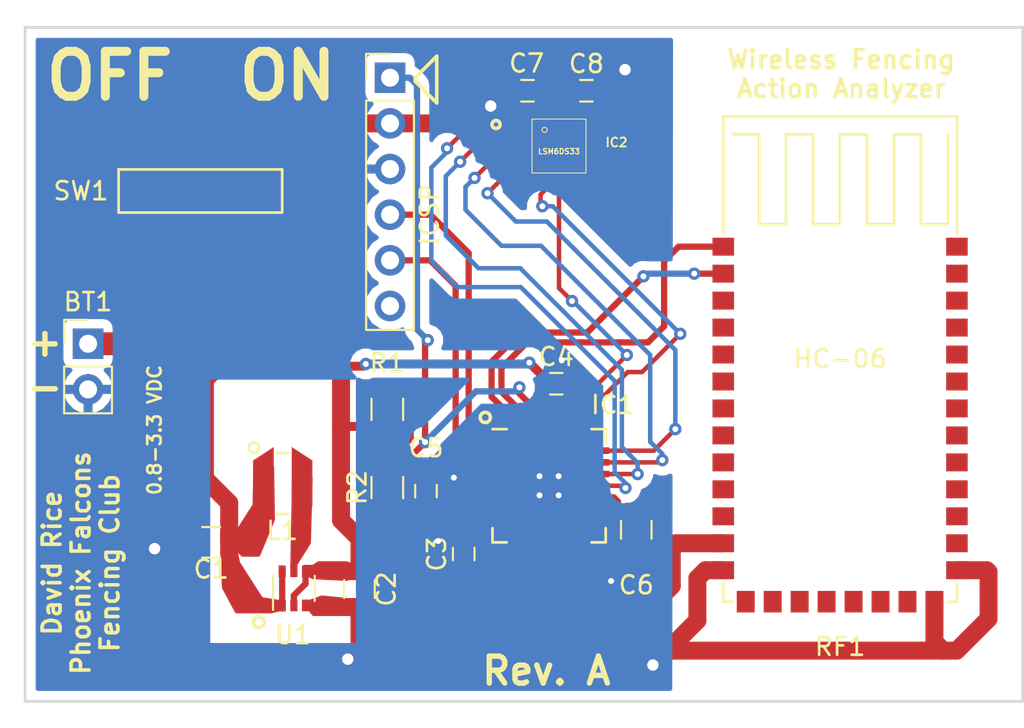
<source format=kicad_pcb>
(kicad_pcb (version 4) (host pcbnew 4.0.6)

  (general
    (links 63)
    (no_connects 0)
    (area 126.1 79.475 183.075001 120.000001)
    (thickness 1.6)
    (drawings 19)
    (tracks 291)
    (zones 0)
    (modules 18)
    (nets 37)
  )

  (page USLetter)
  (title_block
    (title "Wireless Intertial Module for Fencing")
    (date 2017-07-18)
    (rev A)
    (company "David Rice")
    (comment 1 "from a fencing blade to a computer for analysis")
    (comment 2 "A system for wirelessly transmitting intertial module sensor data")
  )

  (layers
    (0 F.Cu signal)
    (31 B.Cu signal)
    (34 B.Paste user)
    (35 F.Paste user)
    (36 B.SilkS user)
    (37 F.SilkS user)
    (38 B.Mask user)
    (39 F.Mask user)
    (44 Edge.Cuts user)
    (46 B.CrtYd user)
    (47 F.CrtYd user)
  )

  (setup
    (last_trace_width 0.1524)
    (user_trace_width 0.25)
    (user_trace_width 0.254)
    (user_trace_width 0.3)
    (user_trace_width 0.35)
    (user_trace_width 0.4)
    (user_trace_width 0.5)
    (user_trace_width 1)
    (user_trace_width 1.27)
    (trace_clearance 0.1524)
    (zone_clearance 0)
    (zone_45_only yes)
    (trace_min 0.1524)
    (segment_width 0.2)
    (edge_width 0.15)
    (via_size 0.6858)
    (via_drill 0.3302)
    (via_min_size 0.6858)
    (via_min_drill 0.3302)
    (user_via 1.27 0.635)
    (uvia_size 0.762)
    (uvia_drill 0.508)
    (uvias_allowed no)
    (uvia_min_size 0)
    (uvia_min_drill 0)
    (pcb_text_width 0.3)
    (pcb_text_size 1.5 1.5)
    (mod_edge_width 0.15)
    (mod_text_size 1 1)
    (mod_text_width 0.15)
    (pad_size 1.0625 1.0625)
    (pad_drill 0.3)
    (pad_to_mask_clearance 0.2)
    (aux_axis_origin 0 0)
    (visible_elements 7FFEFFFF)
    (pcbplotparams
      (layerselection 0x00030_80000001)
      (usegerberextensions false)
      (excludeedgelayer true)
      (linewidth 0.100000)
      (plotframeref false)
      (viasonmask false)
      (mode 1)
      (useauxorigin false)
      (hpglpennumber 1)
      (hpglpenspeed 20)
      (hpglpendiameter 15)
      (hpglpenoverlay 2)
      (psnegative false)
      (psa4output false)
      (plotreference true)
      (plotvalue true)
      (plotinvisibletext false)
      (padsonsilk false)
      (subtractmaskfromsilk false)
      (outputformat 1)
      (mirror false)
      (drillshape 1)
      (scaleselection 1)
      (outputdirectory ""))
  )

  (net 0 "")
  (net 1 "Net-(BT1-Pad1)")
  (net 2 GND)
  (net 3 +3V3)
  (net 4 "Net-(C6-Pad1)")
  (net 5 "Net-(IC1-Pad1)")
  (net 6 "Net-(IC1-Pad2)")
  (net 7 "Net-(IC1-Pad3)")
  (net 8 "Net-(IC1-Pad4)")
  (net 9 "Net-(IC1-Pad6)")
  (net 10 "Net-(IC1-Pad7)")
  (net 11 "Net-(IC1-Pad8)")
  (net 12 "Net-(IC1-Pad9)")
  (net 13 "Net-(IC1-Pad11)")
  (net 14 "Net-(IC1-Pad12)")
  (net 15 "Net-(IC1-Pad13)")
  (net 16 "Net-(IC1-Pad14)")
  (net 17 "Net-(IC1-Pad15)")
  (net 18 "Net-(IC1-Pad16)")
  (net 19 "Net-(IC1-Pad18)")
  (net 20 "Net-(IC1-Pad19)")
  (net 21 "Net-(IC1-Pad20)")
  (net 22 "Net-(IC1-Pad21)")
  (net 23 "Net-(IC1-Pad22)")
  (net 24 "Net-(IC1-Pad23)")
  (net 25 "Net-(IC1-Pad26)")
  (net 26 "Net-(IC1-Pad27)")
  (net 27 "Net-(IC1-Pad28)")
  (net 28 "Net-(IC2-Pad14)")
  (net 29 "Net-(L1-Pad2)")
  (net 30 "Net-(RF1-Pad11)")
  (net 31 "Net-(RF1-Pad24)")
  (net 32 "Net-(RF1-Pad26)")
  (net 33 "Net-(J1-Pad6)")
  (net 34 "Net-(C1-Pad1)")
  (net 35 "Net-(SW1-Pad1)")
  (net 36 "Net-(C5-Pad1)")

  (net_class Default "This is the default net class."
    (clearance 0.1524)
    (trace_width 0.1524)
    (via_dia 0.6858)
    (via_drill 0.3302)
    (uvia_dia 0.762)
    (uvia_drill 0.508)
    (add_net +3V3)
    (add_net GND)
    (add_net "Net-(BT1-Pad1)")
    (add_net "Net-(C1-Pad1)")
    (add_net "Net-(C5-Pad1)")
    (add_net "Net-(C6-Pad1)")
    (add_net "Net-(IC1-Pad1)")
    (add_net "Net-(IC1-Pad11)")
    (add_net "Net-(IC1-Pad12)")
    (add_net "Net-(IC1-Pad13)")
    (add_net "Net-(IC1-Pad14)")
    (add_net "Net-(IC1-Pad15)")
    (add_net "Net-(IC1-Pad16)")
    (add_net "Net-(IC1-Pad18)")
    (add_net "Net-(IC1-Pad19)")
    (add_net "Net-(IC1-Pad2)")
    (add_net "Net-(IC1-Pad20)")
    (add_net "Net-(IC1-Pad21)")
    (add_net "Net-(IC1-Pad22)")
    (add_net "Net-(IC1-Pad23)")
    (add_net "Net-(IC1-Pad26)")
    (add_net "Net-(IC1-Pad27)")
    (add_net "Net-(IC1-Pad28)")
    (add_net "Net-(IC1-Pad3)")
    (add_net "Net-(IC1-Pad4)")
    (add_net "Net-(IC1-Pad6)")
    (add_net "Net-(IC1-Pad7)")
    (add_net "Net-(IC1-Pad8)")
    (add_net "Net-(IC1-Pad9)")
    (add_net "Net-(IC2-Pad14)")
    (add_net "Net-(J1-Pad6)")
    (add_net "Net-(L1-Pad2)")
    (add_net "Net-(RF1-Pad11)")
    (add_net "Net-(RF1-Pad24)")
    (add_net "Net-(RF1-Pad26)")
    (add_net "Net-(SW1-Pad1)")
  )

  (module Housings_DFN_QFN:QFN-28-1EP_6x6mm_Pitch0.65mm (layer F.Cu) (tedit 596E7EA9) (tstamp 594730A4)
    (at 156.65 106.5)
    (descr "28-Lead Plastic Quad Flat, No Lead Package (ML) - 6x6 mm Body [QFN]; (see Microchip Packaging Specification 00000049BS.pdf)")
    (tags "QFN 0.65")
    (path /5946C88A)
    (attr smd)
    (fp_text reference IC1 (at 3.55 -4.5) (layer F.SilkS)
      (effects (font (size 1 1) (thickness 0.15)))
    )
    (fp_text value PIC32MM0064GPL028-I/ML (at 0 4.35) (layer F.Fab)
      (effects (font (size 1 1) (thickness 0.15)))
    )
    (fp_line (start -2 -3) (end 3 -3) (layer F.Fab) (width 0.15))
    (fp_line (start 3 -3) (end 3 3) (layer F.Fab) (width 0.15))
    (fp_line (start 3 3) (end -3 3) (layer F.Fab) (width 0.15))
    (fp_line (start -3 3) (end -3 -2) (layer F.Fab) (width 0.15))
    (fp_line (start -3 -2) (end -2 -3) (layer F.Fab) (width 0.15))
    (fp_line (start -3.6 -3.6) (end -3.6 3.6) (layer F.CrtYd) (width 0.05))
    (fp_line (start 3.6 -3.6) (end 3.6 3.6) (layer F.CrtYd) (width 0.05))
    (fp_line (start -3.6 -3.6) (end 3.6 -3.6) (layer F.CrtYd) (width 0.05))
    (fp_line (start -3.6 3.6) (end 3.6 3.6) (layer F.CrtYd) (width 0.05))
    (fp_line (start 3.15 -3.15) (end 3.15 -2.36) (layer F.SilkS) (width 0.15))
    (fp_line (start -3.15 3.15) (end -3.15 2.36) (layer F.SilkS) (width 0.15))
    (fp_line (start 3.15 3.15) (end 3.15 2.36) (layer F.SilkS) (width 0.15))
    (fp_line (start -3.15 -3.15) (end -2.36 -3.15) (layer F.SilkS) (width 0.15))
    (fp_line (start -3.15 3.15) (end -2.36 3.15) (layer F.SilkS) (width 0.15))
    (fp_line (start 3.15 3.15) (end 2.36 3.15) (layer F.SilkS) (width 0.15))
    (fp_line (start 3.15 -3.15) (end 2.36 -3.15) (layer F.SilkS) (width 0.15))
    (pad 1 smd rect (at -2.85 -1.95) (size 1 0.37) (layers F.Cu F.Paste F.Mask)
      (net 5 "Net-(IC1-Pad1)"))
    (pad 2 smd rect (at -2.85 -1.3) (size 1 0.37) (layers F.Cu F.Paste F.Mask)
      (net 6 "Net-(IC1-Pad2)"))
    (pad 3 smd rect (at -2.85 -0.65) (size 1 0.37) (layers F.Cu F.Paste F.Mask)
      (net 7 "Net-(IC1-Pad3)"))
    (pad 4 smd rect (at -2.85 0) (size 1 0.37) (layers F.Cu F.Paste F.Mask)
      (net 8 "Net-(IC1-Pad4)"))
    (pad 5 smd rect (at -2.85 0.65) (size 1 0.37) (layers F.Cu F.Paste F.Mask)
      (net 2 GND))
    (pad 6 smd rect (at -2.85 1.3) (size 1 0.37) (layers F.Cu F.Paste F.Mask)
      (net 9 "Net-(IC1-Pad6)"))
    (pad 7 smd rect (at -2.85 1.95) (size 1 0.37) (layers F.Cu F.Paste F.Mask)
      (net 10 "Net-(IC1-Pad7)"))
    (pad 8 smd rect (at -1.95 2.85 90) (size 1 0.37) (layers F.Cu F.Paste F.Mask)
      (net 11 "Net-(IC1-Pad8)"))
    (pad 9 smd rect (at -1.3 2.85 90) (size 1 0.37) (layers F.Cu F.Paste F.Mask)
      (net 12 "Net-(IC1-Pad9)"))
    (pad 10 smd rect (at -0.65 2.85 90) (size 1 0.37) (layers F.Cu F.Paste F.Mask)
      (net 3 +3V3))
    (pad 11 smd rect (at 0 2.85 90) (size 1 0.37) (layers F.Cu F.Paste F.Mask)
      (net 13 "Net-(IC1-Pad11)"))
    (pad 12 smd rect (at 0.65 2.85 90) (size 1 0.37) (layers F.Cu F.Paste F.Mask)
      (net 14 "Net-(IC1-Pad12)"))
    (pad 13 smd rect (at 1.3 2.85 90) (size 1 0.37) (layers F.Cu F.Paste F.Mask)
      (net 15 "Net-(IC1-Pad13)"))
    (pad 14 smd rect (at 1.95 2.85 90) (size 1 0.37) (layers F.Cu F.Paste F.Mask)
      (net 16 "Net-(IC1-Pad14)"))
    (pad 15 smd rect (at 2.85 1.95) (size 1 0.37) (layers F.Cu F.Paste F.Mask)
      (net 17 "Net-(IC1-Pad15)"))
    (pad 16 smd rect (at 2.85 1.3) (size 1 0.37) (layers F.Cu F.Paste F.Mask)
      (net 18 "Net-(IC1-Pad16)"))
    (pad 17 smd rect (at 2.85 0.65) (size 1 0.37) (layers F.Cu F.Paste F.Mask)
      (net 4 "Net-(C6-Pad1)"))
    (pad 18 smd rect (at 2.85 0) (size 1 0.37) (layers F.Cu F.Paste F.Mask)
      (net 19 "Net-(IC1-Pad18)"))
    (pad 19 smd rect (at 2.85 -0.65) (size 1 0.37) (layers F.Cu F.Paste F.Mask)
      (net 20 "Net-(IC1-Pad19)"))
    (pad 20 smd rect (at 2.85 -1.3) (size 1 0.37) (layers F.Cu F.Paste F.Mask)
      (net 21 "Net-(IC1-Pad20)"))
    (pad 21 smd rect (at 2.85 -1.95) (size 1 0.37) (layers F.Cu F.Paste F.Mask)
      (net 22 "Net-(IC1-Pad21)"))
    (pad 22 smd rect (at 1.95 -2.85 90) (size 1 0.37) (layers F.Cu F.Paste F.Mask)
      (net 23 "Net-(IC1-Pad22)"))
    (pad 23 smd rect (at 1.3 -2.85 90) (size 1 0.37) (layers F.Cu F.Paste F.Mask)
      (net 24 "Net-(IC1-Pad23)"))
    (pad 24 smd rect (at 0.65 -2.85 90) (size 1 0.37) (layers F.Cu F.Paste F.Mask)
      (net 2 GND))
    (pad 25 smd rect (at 0 -2.85 90) (size 1 0.37) (layers F.Cu F.Paste F.Mask)
      (net 3 +3V3))
    (pad 26 smd rect (at -0.65 -2.85 90) (size 1 0.37) (layers F.Cu F.Paste F.Mask)
      (net 25 "Net-(IC1-Pad26)"))
    (pad 27 smd rect (at -1.3 -2.85 90) (size 1 0.37) (layers F.Cu F.Paste F.Mask)
      (net 26 "Net-(IC1-Pad27)"))
    (pad 28 smd rect (at -1.95 -2.85 90) (size 1 0.37) (layers F.Cu F.Paste F.Mask)
      (net 27 "Net-(IC1-Pad28)"))
    (pad 29 smd rect (at 0.53125 0.53125) (size 1.0625 1.0625) (layers F.Cu F.Paste F.Mask)
      (net 2 GND) (solder_paste_margin_ratio -0.2))
    (pad 29 smd rect (at 0.53125 -0.53125) (size 1.0625 1.0625) (layers F.Cu F.Paste F.Mask)
      (net 2 GND) (solder_paste_margin_ratio -0.2))
    (pad 29 smd rect (at -0.53125 0.53125) (size 1.0625 1.0625) (layers F.Cu F.Paste F.Mask)
      (net 2 GND) (solder_paste_margin_ratio -0.2))
    (pad 29 smd rect (at -0.53125 -0.53125) (size 1.0625 1.0625) (layers F.Cu F.Paste F.Mask)
      (net 2 GND) (solder_paste_margin_ratio -0.2))
    (model Housings_DFN_QFN.3dshapes/QFN-28-1EP_6x6mm_Pitch0.65mm.wrl
      (at (xyz 0 0 0))
      (scale (xyz 1 1 1))
      (rotate (xyz 0 0 0))
    )
  )

  (module Capacitors_SMD:C_0805 (layer F.Cu) (tedit 596D7E62) (tstamp 59472FED)
    (at 137.85 109.65 180)
    (descr "Capacitor SMD 0805, reflow soldering, AVX (see smccp.pdf)")
    (tags "capacitor 0805")
    (path /5946C140)
    (attr smd)
    (fp_text reference C1 (at 0 -1.5 180) (layer F.SilkS)
      (effects (font (size 1 1) (thickness 0.15)))
    )
    (fp_text value 10uF (at 0 1.75 180) (layer F.Fab)
      (effects (font (size 1 1) (thickness 0.15)))
    )
    (fp_text user %R (at 0 -1.5 180) (layer F.Fab)
      (effects (font (size 1 1) (thickness 0.15)))
    )
    (fp_line (start -1 0.62) (end -1 -0.62) (layer F.Fab) (width 0.1))
    (fp_line (start 1 0.62) (end -1 0.62) (layer F.Fab) (width 0.1))
    (fp_line (start 1 -0.62) (end 1 0.62) (layer F.Fab) (width 0.1))
    (fp_line (start -1 -0.62) (end 1 -0.62) (layer F.Fab) (width 0.1))
    (fp_line (start 0.5 -0.85) (end -0.5 -0.85) (layer F.SilkS) (width 0.12))
    (fp_line (start -0.5 0.85) (end 0.5 0.85) (layer F.SilkS) (width 0.12))
    (fp_line (start -1.75 -0.88) (end 1.75 -0.88) (layer F.CrtYd) (width 0.05))
    (fp_line (start -1.75 -0.88) (end -1.75 0.87) (layer F.CrtYd) (width 0.05))
    (fp_line (start 1.75 0.87) (end 1.75 -0.88) (layer F.CrtYd) (width 0.05))
    (fp_line (start 1.75 0.87) (end -1.75 0.87) (layer F.CrtYd) (width 0.05))
    (pad 1 smd rect (at -1 0 180) (size 1 1.25) (layers F.Cu F.Paste F.Mask)
      (net 34 "Net-(C1-Pad1)"))
    (pad 2 smd rect (at 1 0 180) (size 1 1.25) (layers F.Cu F.Paste F.Mask)
      (net 2 GND))
    (model Capacitors_SMD.3dshapes/C_0805.wrl
      (at (xyz 0 0 0))
      (scale (xyz 1 1 1))
      (rotate (xyz 0 0 0))
    )
  )

  (module Capacitors_SMD:C_0805 (layer F.Cu) (tedit 596D7E6E) (tstamp 59472FFE)
    (at 146.1 112.25 270)
    (descr "Capacitor SMD 0805, reflow soldering, AVX (see smccp.pdf)")
    (tags "capacitor 0805")
    (path /5946C0B2)
    (attr smd)
    (fp_text reference C2 (at 0 -1.5 270) (layer F.SilkS)
      (effects (font (size 1 1) (thickness 0.15)))
    )
    (fp_text value 10uF (at 0 1.75 270) (layer F.Fab)
      (effects (font (size 1 1) (thickness 0.15)))
    )
    (fp_text user %R (at 0 -1.5 270) (layer F.Fab)
      (effects (font (size 1 1) (thickness 0.15)))
    )
    (fp_line (start -1 0.62) (end -1 -0.62) (layer F.Fab) (width 0.1))
    (fp_line (start 1 0.62) (end -1 0.62) (layer F.Fab) (width 0.1))
    (fp_line (start 1 -0.62) (end 1 0.62) (layer F.Fab) (width 0.1))
    (fp_line (start -1 -0.62) (end 1 -0.62) (layer F.Fab) (width 0.1))
    (fp_line (start 0.5 -0.85) (end -0.5 -0.85) (layer F.SilkS) (width 0.12))
    (fp_line (start -0.5 0.85) (end 0.5 0.85) (layer F.SilkS) (width 0.12))
    (fp_line (start -1.75 -0.88) (end 1.75 -0.88) (layer F.CrtYd) (width 0.05))
    (fp_line (start -1.75 -0.88) (end -1.75 0.87) (layer F.CrtYd) (width 0.05))
    (fp_line (start 1.75 0.87) (end 1.75 -0.88) (layer F.CrtYd) (width 0.05))
    (fp_line (start 1.75 0.87) (end -1.75 0.87) (layer F.CrtYd) (width 0.05))
    (pad 1 smd rect (at -1 0 270) (size 1 1.25) (layers F.Cu F.Paste F.Mask)
      (net 3 +3V3))
    (pad 2 smd rect (at 1 0 270) (size 1 1.25) (layers F.Cu F.Paste F.Mask)
      (net 2 GND))
    (model Capacitors_SMD.3dshapes/C_0805.wrl
      (at (xyz 0 0 0))
      (scale (xyz 1 1 1))
      (rotate (xyz 0 0 0))
    )
  )

  (module Capacitors_SMD:C_0603 (layer F.Cu) (tedit 596D7E73) (tstamp 5947300F)
    (at 151.9 110.3 90)
    (descr "Capacitor SMD 0603, reflow soldering, AVX (see smccp.pdf)")
    (tags "capacitor 0603")
    (path /5946CBCF)
    (attr smd)
    (fp_text reference C3 (at 0 -1.5 90) (layer F.SilkS)
      (effects (font (size 1 1) (thickness 0.15)))
    )
    (fp_text value 0.1uF (at 0 1.5 90) (layer F.Fab)
      (effects (font (size 1 1) (thickness 0.15)))
    )
    (fp_text user %R (at 0 -1.5 90) (layer F.Fab)
      (effects (font (size 1 1) (thickness 0.15)))
    )
    (fp_line (start -0.8 0.4) (end -0.8 -0.4) (layer F.Fab) (width 0.1))
    (fp_line (start 0.8 0.4) (end -0.8 0.4) (layer F.Fab) (width 0.1))
    (fp_line (start 0.8 -0.4) (end 0.8 0.4) (layer F.Fab) (width 0.1))
    (fp_line (start -0.8 -0.4) (end 0.8 -0.4) (layer F.Fab) (width 0.1))
    (fp_line (start -0.35 -0.6) (end 0.35 -0.6) (layer F.SilkS) (width 0.12))
    (fp_line (start 0.35 0.6) (end -0.35 0.6) (layer F.SilkS) (width 0.12))
    (fp_line (start -1.4 -0.65) (end 1.4 -0.65) (layer F.CrtYd) (width 0.05))
    (fp_line (start -1.4 -0.65) (end -1.4 0.65) (layer F.CrtYd) (width 0.05))
    (fp_line (start 1.4 0.65) (end 1.4 -0.65) (layer F.CrtYd) (width 0.05))
    (fp_line (start 1.4 0.65) (end -1.4 0.65) (layer F.CrtYd) (width 0.05))
    (pad 1 smd rect (at -0.75 0 90) (size 0.8 0.75) (layers F.Cu F.Paste F.Mask)
      (net 3 +3V3))
    (pad 2 smd rect (at 0.75 0 90) (size 0.8 0.75) (layers F.Cu F.Paste F.Mask)
      (net 2 GND))
    (model Capacitors_SMD.3dshapes/C_0603.wrl
      (at (xyz 0 0 0))
      (scale (xyz 1 1 1))
      (rotate (xyz 0 0 0))
    )
  )

  (module Capacitors_SMD:C_0603 (layer F.Cu) (tedit 596D7E7B) (tstamp 59473020)
    (at 157.05 100.825)
    (descr "Capacitor SMD 0603, reflow soldering, AVX (see smccp.pdf)")
    (tags "capacitor 0603")
    (path /5946CB97)
    (attr smd)
    (fp_text reference C4 (at 0 -1.5) (layer F.SilkS)
      (effects (font (size 1 1) (thickness 0.15)))
    )
    (fp_text value 0.1uF (at 0 1.5) (layer F.Fab)
      (effects (font (size 1 1) (thickness 0.15)))
    )
    (fp_text user %R (at 0 -1.5) (layer F.Fab)
      (effects (font (size 1 1) (thickness 0.15)))
    )
    (fp_line (start -0.8 0.4) (end -0.8 -0.4) (layer F.Fab) (width 0.1))
    (fp_line (start 0.8 0.4) (end -0.8 0.4) (layer F.Fab) (width 0.1))
    (fp_line (start 0.8 -0.4) (end 0.8 0.4) (layer F.Fab) (width 0.1))
    (fp_line (start -0.8 -0.4) (end 0.8 -0.4) (layer F.Fab) (width 0.1))
    (fp_line (start -0.35 -0.6) (end 0.35 -0.6) (layer F.SilkS) (width 0.12))
    (fp_line (start 0.35 0.6) (end -0.35 0.6) (layer F.SilkS) (width 0.12))
    (fp_line (start -1.4 -0.65) (end 1.4 -0.65) (layer F.CrtYd) (width 0.05))
    (fp_line (start -1.4 -0.65) (end -1.4 0.65) (layer F.CrtYd) (width 0.05))
    (fp_line (start 1.4 0.65) (end 1.4 -0.65) (layer F.CrtYd) (width 0.05))
    (fp_line (start 1.4 0.65) (end -1.4 0.65) (layer F.CrtYd) (width 0.05))
    (pad 1 smd rect (at -0.75 0) (size 0.8 0.75) (layers F.Cu F.Paste F.Mask)
      (net 3 +3V3))
    (pad 2 smd rect (at 0.75 0) (size 0.8 0.75) (layers F.Cu F.Paste F.Mask)
      (net 2 GND))
    (model Capacitors_SMD.3dshapes/C_0603.wrl
      (at (xyz 0 0 0))
      (scale (xyz 1 1 1))
      (rotate (xyz 0 0 0))
    )
  )

  (module Capacitors_SMD:C_0603 (layer F.Cu) (tedit 596D7E84) (tstamp 59473031)
    (at 149.8 106.8 90)
    (descr "Capacitor SMD 0603, reflow soldering, AVX (see smccp.pdf)")
    (tags "capacitor 0603")
    (path /5946CB2C)
    (attr smd)
    (fp_text reference C5 (at 2.4 0 180) (layer F.SilkS)
      (effects (font (size 1 1) (thickness 0.15)))
    )
    (fp_text value 0.1uF (at 0 1.5 90) (layer F.Fab)
      (effects (font (size 1 1) (thickness 0.15)))
    )
    (fp_text user %R (at 0 -1.5 90) (layer F.Fab)
      (effects (font (size 1 1) (thickness 0.15)))
    )
    (fp_line (start -0.8 0.4) (end -0.8 -0.4) (layer F.Fab) (width 0.1))
    (fp_line (start 0.8 0.4) (end -0.8 0.4) (layer F.Fab) (width 0.1))
    (fp_line (start 0.8 -0.4) (end 0.8 0.4) (layer F.Fab) (width 0.1))
    (fp_line (start -0.8 -0.4) (end 0.8 -0.4) (layer F.Fab) (width 0.1))
    (fp_line (start -0.35 -0.6) (end 0.35 -0.6) (layer F.SilkS) (width 0.12))
    (fp_line (start 0.35 0.6) (end -0.35 0.6) (layer F.SilkS) (width 0.12))
    (fp_line (start -1.4 -0.65) (end 1.4 -0.65) (layer F.CrtYd) (width 0.05))
    (fp_line (start -1.4 -0.65) (end -1.4 0.65) (layer F.CrtYd) (width 0.05))
    (fp_line (start 1.4 0.65) (end 1.4 -0.65) (layer F.CrtYd) (width 0.05))
    (fp_line (start 1.4 0.65) (end -1.4 0.65) (layer F.CrtYd) (width 0.05))
    (pad 1 smd rect (at -0.75 0 90) (size 0.8 0.75) (layers F.Cu F.Paste F.Mask)
      (net 36 "Net-(C5-Pad1)"))
    (pad 2 smd rect (at 0.75 0 90) (size 0.8 0.75) (layers F.Cu F.Paste F.Mask)
      (net 2 GND))
    (model Capacitors_SMD.3dshapes/C_0603.wrl
      (at (xyz 0 0 0))
      (scale (xyz 1 1 1))
      (rotate (xyz 0 0 0))
    )
  )

  (module Capacitors_SMD:C_0805 (layer F.Cu) (tedit 596D7E8A) (tstamp 59473042)
    (at 161.5 108.95 270)
    (descr "Capacitor SMD 0805, reflow soldering, AVX (see smccp.pdf)")
    (tags "capacitor 0805")
    (path /5946CEDA)
    (attr smd)
    (fp_text reference C6 (at 3.075 0 360) (layer F.SilkS)
      (effects (font (size 1 1) (thickness 0.15)))
    )
    (fp_text value 10uF (at 0 1.75 270) (layer F.Fab)
      (effects (font (size 1 1) (thickness 0.15)))
    )
    (fp_text user %R (at 0 -1.5 270) (layer F.Fab)
      (effects (font (size 1 1) (thickness 0.15)))
    )
    (fp_line (start -1 0.62) (end -1 -0.62) (layer F.Fab) (width 0.1))
    (fp_line (start 1 0.62) (end -1 0.62) (layer F.Fab) (width 0.1))
    (fp_line (start 1 -0.62) (end 1 0.62) (layer F.Fab) (width 0.1))
    (fp_line (start -1 -0.62) (end 1 -0.62) (layer F.Fab) (width 0.1))
    (fp_line (start 0.5 -0.85) (end -0.5 -0.85) (layer F.SilkS) (width 0.12))
    (fp_line (start -0.5 0.85) (end 0.5 0.85) (layer F.SilkS) (width 0.12))
    (fp_line (start -1.75 -0.88) (end 1.75 -0.88) (layer F.CrtYd) (width 0.05))
    (fp_line (start -1.75 -0.88) (end -1.75 0.87) (layer F.CrtYd) (width 0.05))
    (fp_line (start 1.75 0.87) (end 1.75 -0.88) (layer F.CrtYd) (width 0.05))
    (fp_line (start 1.75 0.87) (end -1.75 0.87) (layer F.CrtYd) (width 0.05))
    (pad 1 smd rect (at -1 0 270) (size 1 1.25) (layers F.Cu F.Paste F.Mask)
      (net 4 "Net-(C6-Pad1)"))
    (pad 2 smd rect (at 1 0 270) (size 1 1.25) (layers F.Cu F.Paste F.Mask)
      (net 2 GND))
    (model Capacitors_SMD.3dshapes/C_0805.wrl
      (at (xyz 0 0 0))
      (scale (xyz 1 1 1))
      (rotate (xyz 0 0 0))
    )
  )

  (module Capacitors_SMD:C_0603 (layer F.Cu) (tedit 596D7E96) (tstamp 59473053)
    (at 155.45 84.525 180)
    (descr "Capacitor SMD 0603, reflow soldering, AVX (see smccp.pdf)")
    (tags "capacitor 0603")
    (path /5946CB62)
    (attr smd)
    (fp_text reference C7 (at 0.05 1.525 180) (layer F.SilkS)
      (effects (font (size 1 1) (thickness 0.15)))
    )
    (fp_text value 0.1uF (at 0 1.5 180) (layer F.Fab)
      (effects (font (size 1 1) (thickness 0.15)))
    )
    (fp_text user %R (at 0 -1.5 180) (layer F.Fab)
      (effects (font (size 1 1) (thickness 0.15)))
    )
    (fp_line (start -0.8 0.4) (end -0.8 -0.4) (layer F.Fab) (width 0.1))
    (fp_line (start 0.8 0.4) (end -0.8 0.4) (layer F.Fab) (width 0.1))
    (fp_line (start 0.8 -0.4) (end 0.8 0.4) (layer F.Fab) (width 0.1))
    (fp_line (start -0.8 -0.4) (end 0.8 -0.4) (layer F.Fab) (width 0.1))
    (fp_line (start -0.35 -0.6) (end 0.35 -0.6) (layer F.SilkS) (width 0.12))
    (fp_line (start 0.35 0.6) (end -0.35 0.6) (layer F.SilkS) (width 0.12))
    (fp_line (start -1.4 -0.65) (end 1.4 -0.65) (layer F.CrtYd) (width 0.05))
    (fp_line (start -1.4 -0.65) (end -1.4 0.65) (layer F.CrtYd) (width 0.05))
    (fp_line (start 1.4 0.65) (end 1.4 -0.65) (layer F.CrtYd) (width 0.05))
    (fp_line (start 1.4 0.65) (end -1.4 0.65) (layer F.CrtYd) (width 0.05))
    (pad 1 smd rect (at -0.75 0 180) (size 0.8 0.75) (layers F.Cu F.Paste F.Mask)
      (net 3 +3V3))
    (pad 2 smd rect (at 0.75 0 180) (size 0.8 0.75) (layers F.Cu F.Paste F.Mask)
      (net 2 GND))
    (model Capacitors_SMD.3dshapes/C_0603.wrl
      (at (xyz 0 0 0))
      (scale (xyz 1 1 1))
      (rotate (xyz 0 0 0))
    )
  )

  (module Capacitors_SMD:C_0603 (layer F.Cu) (tedit 596D7E9A) (tstamp 59473064)
    (at 158.725 84.525)
    (descr "Capacitor SMD 0603, reflow soldering, AVX (see smccp.pdf)")
    (tags "capacitor 0603")
    (path /5946CA45)
    (attr smd)
    (fp_text reference C8 (at 0 -1.5) (layer F.SilkS)
      (effects (font (size 1 1) (thickness 0.15)))
    )
    (fp_text value 0.1uF (at 0 1.5) (layer F.Fab)
      (effects (font (size 1 1) (thickness 0.15)))
    )
    (fp_text user %R (at 0 -1.5) (layer F.Fab)
      (effects (font (size 1 1) (thickness 0.15)))
    )
    (fp_line (start -0.8 0.4) (end -0.8 -0.4) (layer F.Fab) (width 0.1))
    (fp_line (start 0.8 0.4) (end -0.8 0.4) (layer F.Fab) (width 0.1))
    (fp_line (start 0.8 -0.4) (end 0.8 0.4) (layer F.Fab) (width 0.1))
    (fp_line (start -0.8 -0.4) (end 0.8 -0.4) (layer F.Fab) (width 0.1))
    (fp_line (start -0.35 -0.6) (end 0.35 -0.6) (layer F.SilkS) (width 0.12))
    (fp_line (start 0.35 0.6) (end -0.35 0.6) (layer F.SilkS) (width 0.12))
    (fp_line (start -1.4 -0.65) (end 1.4 -0.65) (layer F.CrtYd) (width 0.05))
    (fp_line (start -1.4 -0.65) (end -1.4 0.65) (layer F.CrtYd) (width 0.05))
    (fp_line (start 1.4 0.65) (end 1.4 -0.65) (layer F.CrtYd) (width 0.05))
    (fp_line (start 1.4 0.65) (end -1.4 0.65) (layer F.CrtYd) (width 0.05))
    (pad 1 smd rect (at -0.75 0) (size 0.8 0.75) (layers F.Cu F.Paste F.Mask)
      (net 3 +3V3))
    (pad 2 smd rect (at 0.75 0) (size 0.8 0.75) (layers F.Cu F.Paste F.Mask)
      (net 2 GND))
    (model Capacitors_SMD.3dshapes/C_0603.wrl
      (at (xyz 0 0 0))
      (scale (xyz 1 1 1))
      (rotate (xyz 0 0 0))
    )
  )

  (module DavidsMakerworks_Custom:LGA-16-3x3 (layer F.Cu) (tedit 594CA91C) (tstamp 594730BD)
    (at 157.2 87.6)
    (path /5946C986)
    (fp_text reference IC2 (at 3.2 -0.2) (layer F.SilkS)
      (effects (font (size 0.5 0.5) (thickness 0.1)))
    )
    (fp_text value LSM6DS33 (at 0 0.29972) (layer F.SilkS)
      (effects (font (size 0.29972 0.29972) (thickness 0.06604)))
    )
    (fp_circle (center -0.8 -0.9) (end -0.7 -0.8) (layer F.SilkS) (width 0.05))
    (fp_line (start -1.5 -1.5) (end 1.5 -1.5) (layer F.SilkS) (width 0.05))
    (fp_line (start 1.5 -1.5) (end 1.5 1.5) (layer F.SilkS) (width 0.05))
    (fp_line (start 1.5 1.5) (end -1.5 1.5) (layer F.SilkS) (width 0.05))
    (fp_line (start -1.5 1.5) (end -1.5 -1.5) (layer F.SilkS) (width 0.05))
    (pad 1 smd rect (at -1.475 -1) (size 0.85 0.25) (layers F.Cu F.Paste F.Mask)
      (net 3 +3V3))
    (pad 2 smd rect (at -1.475 -0.5) (size 0.85 0.25) (layers F.Cu F.Paste F.Mask)
      (net 19 "Net-(IC1-Pad18)"))
    (pad 3 smd rect (at -1.475 0) (size 0.85 0.25) (layers F.Cu F.Paste F.Mask)
      (net 20 "Net-(IC1-Pad19)"))
    (pad 4 smd rect (at -1.475 0.5) (size 0.85 0.25) (layers F.Cu F.Paste F.Mask)
      (net 21 "Net-(IC1-Pad20)"))
    (pad 5 smd rect (at -1.475 1) (size 0.85 0.25) (layers F.Cu F.Paste F.Mask)
      (net 22 "Net-(IC1-Pad21)"))
    (pad 6 smd rect (at -0.5 1.475) (size 0.25 0.85) (layers F.Cu F.Paste F.Mask)
      (net 23 "Net-(IC1-Pad22)"))
    (pad 7 smd rect (at 0 1.475) (size 0.25 0.85) (layers F.Cu F.Paste F.Mask)
      (net 24 "Net-(IC1-Pad23)"))
    (pad 8 smd rect (at 0.5 1.475) (size 0.25 0.85) (layers F.Cu F.Paste F.Mask)
      (net 2 GND))
    (pad 9 smd rect (at 1.475 1) (size 0.85 0.25) (layers F.Cu F.Paste F.Mask)
      (net 2 GND))
    (pad 10 smd rect (at 1.475 0.5) (size 0.85 0.25) (layers F.Cu F.Paste F.Mask)
      (net 2 GND))
    (pad 11 smd rect (at 1.475 0) (size 0.85 0.25) (layers F.Cu F.Paste F.Mask)
      (net 2 GND))
    (pad 12 smd rect (at 1.475 -0.5) (size 0.85 0.25) (layers F.Cu F.Paste F.Mask)
      (net 2 GND))
    (pad 13 smd rect (at 1.475 -1) (size 0.85 0.25) (layers F.Cu F.Paste F.Mask)
      (net 2 GND))
    (pad 14 smd rect (at 0.5 -1.475) (size 0.25 0.85) (layers F.Cu F.Paste F.Mask)
      (net 28 "Net-(IC2-Pad14)"))
    (pad 15 smd rect (at 0 -1.475) (size 0.25 0.85) (layers F.Cu F.Paste F.Mask)
      (net 2 GND))
    (pad 16 smd rect (at -0.5 -1.475) (size 0.25 0.85) (layers F.Cu F.Paste F.Mask)
      (net 3 +3V3))
  )

  (module DavidsMakerworks_Custom:LQH3NP (layer F.Cu) (tedit 594DDF3A) (tstamp 594730CA)
    (at 141.83 106.37)
    (descr "Murata LQH3NP SMD Inductor")
    (path /5946DA60)
    (fp_text reference L1 (at -0.03 2.63) (layer F.SilkS)
      (effects (font (size 1 1) (thickness 0.15)))
    )
    (fp_text value 4.7uH (at 0 -3.4) (layer F.Fab)
      (effects (font (size 1 1) (thickness 0.15)))
    )
    (fp_line (start -0.3 1.7) (end 0.3 1.7) (layer F.SilkS) (width 0.15))
    (fp_line (start -0.3 -1.7) (end 0.3 -1.7) (layer F.SilkS) (width 0.15))
    (fp_circle (center -1.6 -2) (end -1.4 -1.8) (layer F.SilkS) (width 0.15))
    (fp_line (start -1.5 -1.5) (end 1.5 -1.5) (layer F.CrtYd) (width 0.15))
    (fp_line (start 1.5 -1.5) (end 1.5 1.5) (layer F.CrtYd) (width 0.15))
    (fp_line (start 1.5 1.5) (end -1.5 1.5) (layer F.CrtYd) (width 0.15))
    (fp_line (start -1.5 1.5) (end -1.5 -1.5) (layer F.CrtYd) (width 0.15))
    (pad 2 smd trapezoid (at 1.075 0) (size 1.15 3.3) (rect_delta 0.75 0 ) (layers F.Cu F.Paste F.Mask)
      (net 29 "Net-(L1-Pad2)"))
    (pad 1 smd trapezoid (at -1.075 0) (size 1.15 3.3) (rect_delta -0.75 0 ) (layers F.Cu F.Paste F.Mask)
      (net 34 "Net-(C1-Pad1)"))
  )

  (module Resistors_SMD:R_0805 (layer F.Cu) (tedit 59473883) (tstamp 594730DB)
    (at 147.65 102.25 90)
    (descr "Resistor SMD 0805, reflow soldering, Vishay (see dcrcw.pdf)")
    (tags "resistor 0805")
    (path /594729F2)
    (attr smd)
    (fp_text reference R1 (at 2.58 -0.01 180) (layer F.SilkS)
      (effects (font (size 1 1) (thickness 0.15)))
    )
    (fp_text value 10K (at 0 1.75 90) (layer F.Fab)
      (effects (font (size 1 1) (thickness 0.15)))
    )
    (fp_text user %R (at 0 0 90) (layer F.Fab)
      (effects (font (size 0.5 0.5) (thickness 0.075)))
    )
    (fp_line (start -1 0.62) (end -1 -0.62) (layer F.Fab) (width 0.1))
    (fp_line (start 1 0.62) (end -1 0.62) (layer F.Fab) (width 0.1))
    (fp_line (start 1 -0.62) (end 1 0.62) (layer F.Fab) (width 0.1))
    (fp_line (start -1 -0.62) (end 1 -0.62) (layer F.Fab) (width 0.1))
    (fp_line (start 0.6 0.88) (end -0.6 0.88) (layer F.SilkS) (width 0.12))
    (fp_line (start -0.6 -0.88) (end 0.6 -0.88) (layer F.SilkS) (width 0.12))
    (fp_line (start -1.55 -0.9) (end 1.55 -0.9) (layer F.CrtYd) (width 0.05))
    (fp_line (start -1.55 -0.9) (end -1.55 0.9) (layer F.CrtYd) (width 0.05))
    (fp_line (start 1.55 0.9) (end 1.55 -0.9) (layer F.CrtYd) (width 0.05))
    (fp_line (start 1.55 0.9) (end -1.55 0.9) (layer F.CrtYd) (width 0.05))
    (pad 1 smd rect (at -0.95 0 90) (size 0.7 1.3) (layers F.Cu F.Paste F.Mask)
      (net 3 +3V3))
    (pad 2 smd rect (at 0.95 0 90) (size 0.7 1.3) (layers F.Cu F.Paste F.Mask)
      (net 36 "Net-(C5-Pad1)"))
    (model ${KISYS3DMOD}/Resistors_SMD.3dshapes/R_0805.wrl
      (at (xyz 0 0 0))
      (scale (xyz 1 1 1))
      (rotate (xyz 0 0 0))
    )
  )

  (module Resistors_SMD:R_0805 (layer F.Cu) (tedit 594C982D) (tstamp 594730EC)
    (at 147.65 106.6 270)
    (descr "Resistor SMD 0805, reflow soldering, Vishay (see dcrcw.pdf)")
    (tags "resistor 0805")
    (path /594729B5)
    (attr smd)
    (fp_text reference R2 (at 0 1.675 450) (layer F.SilkS)
      (effects (font (size 1 1) (thickness 0.15)))
    )
    (fp_text value 470 (at 0 1.75 270) (layer F.Fab)
      (effects (font (size 1 1) (thickness 0.15)))
    )
    (fp_text user %R (at 0 0 270) (layer F.Fab)
      (effects (font (size 0.5 0.5) (thickness 0.075)))
    )
    (fp_line (start -1 0.62) (end -1 -0.62) (layer F.Fab) (width 0.1))
    (fp_line (start 1 0.62) (end -1 0.62) (layer F.Fab) (width 0.1))
    (fp_line (start 1 -0.62) (end 1 0.62) (layer F.Fab) (width 0.1))
    (fp_line (start -1 -0.62) (end 1 -0.62) (layer F.Fab) (width 0.1))
    (fp_line (start 0.6 0.88) (end -0.6 0.88) (layer F.SilkS) (width 0.12))
    (fp_line (start -0.6 -0.88) (end 0.6 -0.88) (layer F.SilkS) (width 0.12))
    (fp_line (start -1.55 -0.9) (end 1.55 -0.9) (layer F.CrtYd) (width 0.05))
    (fp_line (start -1.55 -0.9) (end -1.55 0.9) (layer F.CrtYd) (width 0.05))
    (fp_line (start 1.55 0.9) (end 1.55 -0.9) (layer F.CrtYd) (width 0.05))
    (fp_line (start 1.55 0.9) (end -1.55 0.9) (layer F.CrtYd) (width 0.05))
    (pad 1 smd rect (at -0.95 0 270) (size 0.7 1.3) (layers F.Cu F.Paste F.Mask)
      (net 25 "Net-(IC1-Pad26)"))
    (pad 2 smd rect (at 0.95 0 270) (size 0.7 1.3) (layers F.Cu F.Paste F.Mask)
      (net 36 "Net-(C5-Pad1)"))
    (model ${KISYS3DMOD}/Resistors_SMD.3dshapes/R_0805.wrl
      (at (xyz 0 0 0))
      (scale (xyz 1 1 1))
      (rotate (xyz 0 0 0))
    )
  )

  (module TO_SOT_Packages_SMD:SOT-363_SC-70-6 (layer F.Cu) (tedit 594DDF42) (tstamp 59473134)
    (at 142.45 112.21 90)
    (descr "SOT-363, SC-70-6")
    (tags "SOT-363 SC-70-6")
    (path /5946C093)
    (attr smd)
    (fp_text reference U1 (at -2.59 -0.05 180) (layer F.SilkS)
      (effects (font (size 1 1) (thickness 0.15)))
    )
    (fp_text value TPS61221 (at 0 2 270) (layer F.Fab)
      (effects (font (size 1 1) (thickness 0.15)))
    )
    (fp_text user %R (at 0 0 90) (layer F.Fab)
      (effects (font (size 0.5 0.5) (thickness 0.075)))
    )
    (fp_line (start 0.7 -1.16) (end -1.2 -1.16) (layer F.SilkS) (width 0.12))
    (fp_line (start -0.7 1.16) (end 0.7 1.16) (layer F.SilkS) (width 0.12))
    (fp_line (start 1.6 1.4) (end 1.6 -1.4) (layer F.CrtYd) (width 0.05))
    (fp_line (start -1.6 -1.4) (end -1.6 1.4) (layer F.CrtYd) (width 0.05))
    (fp_line (start -1.6 -1.4) (end 1.6 -1.4) (layer F.CrtYd) (width 0.05))
    (fp_line (start 0.675 -1.1) (end -0.175 -1.1) (layer F.Fab) (width 0.1))
    (fp_line (start -0.675 -0.6) (end -0.675 1.1) (layer F.Fab) (width 0.1))
    (fp_line (start -1.6 1.4) (end 1.6 1.4) (layer F.CrtYd) (width 0.05))
    (fp_line (start 0.675 -1.1) (end 0.675 1.1) (layer F.Fab) (width 0.1))
    (fp_line (start 0.675 1.1) (end -0.675 1.1) (layer F.Fab) (width 0.1))
    (fp_line (start -0.175 -1.1) (end -0.675 -0.6) (layer F.Fab) (width 0.1))
    (pad 1 smd rect (at -0.95 -0.65 90) (size 0.65 0.4) (layers F.Cu F.Paste F.Mask)
      (net 34 "Net-(C1-Pad1)"))
    (pad 3 smd rect (at -0.95 0.65 90) (size 0.65 0.4) (layers F.Cu F.Paste F.Mask)
      (net 2 GND))
    (pad 5 smd rect (at 0.95 0 90) (size 0.65 0.4) (layers F.Cu F.Paste F.Mask)
      (net 29 "Net-(L1-Pad2)"))
    (pad 2 smd rect (at -0.95 0 90) (size 0.65 0.4) (layers F.Cu F.Paste F.Mask)
      (net 3 +3V3))
    (pad 4 smd rect (at 0.95 0.65 90) (size 0.65 0.4) (layers F.Cu F.Paste F.Mask)
      (net 3 +3V3))
    (pad 6 smd rect (at 0.95 -0.65 90) (size 0.65 0.4) (layers F.Cu F.Paste F.Mask)
      (net 34 "Net-(C1-Pad1)"))
    (model ${KISYS3DMOD}/TO_SOT_Packages_SMD.3dshapes/SOT-363_SC-70-6.wrl
      (at (xyz 0 0 0))
      (scale (xyz 1 1 1))
      (rotate (xyz 0 0 0))
    )
  )

  (module DavidsMakerworks_Custom:HC-06_SMD_Module (layer F.Cu) (tedit 59472E18) (tstamp 59474462)
    (at 172.84 99.45)
    (path /5946C04E)
    (fp_text reference RF1 (at 0 16) (layer F.SilkS)
      (effects (font (size 1 1) (thickness 0.15)))
    )
    (fp_text value HC-06 (at 0 -15.5) (layer F.Fab)
      (effects (font (size 1 1) (thickness 0.15)))
    )
    (fp_text user HC-06 (at 0 0) (layer F.SilkS)
      (effects (font (size 1 1) (thickness 0.15)))
    )
    (fp_line (start -6 -12.5) (end -4.5 -12.5) (layer F.SilkS) (width 0.15))
    (fp_line (start -4.5 -12.5) (end -4.5 -7.5) (layer F.SilkS) (width 0.15))
    (fp_line (start -4.5 -7.5) (end -3 -7.5) (layer F.SilkS) (width 0.15))
    (fp_line (start -3 -7.5) (end -3 -12.5) (layer F.SilkS) (width 0.15))
    (fp_line (start -3 -12.5) (end -1.5 -12.5) (layer F.SilkS) (width 0.15))
    (fp_line (start -1.5 -12.5) (end -1.5 -7.5) (layer F.SilkS) (width 0.15))
    (fp_line (start -1.5 -7.5) (end 0 -7.5) (layer F.SilkS) (width 0.15))
    (fp_line (start 0 -7.5) (end 0 -12.5) (layer F.SilkS) (width 0.15))
    (fp_line (start 0 -12.5) (end 1.5 -12.5) (layer F.SilkS) (width 0.15))
    (fp_line (start 1.5 -12.5) (end 1.5 -7.5) (layer F.SilkS) (width 0.15))
    (fp_line (start 1.5 -7.5) (end 3 -7.5) (layer F.SilkS) (width 0.15))
    (fp_line (start 3 -7.5) (end 3 -12.5) (layer F.SilkS) (width 0.15))
    (fp_line (start 3 -12.5) (end 4.5 -12.5) (layer F.SilkS) (width 0.15))
    (fp_line (start 4.5 -12.5) (end 4.5 -7.5) (layer F.SilkS) (width 0.15))
    (fp_line (start 4.5 -7.5) (end 6 -7.5) (layer F.SilkS) (width 0.15))
    (fp_line (start 6 -7.5) (end 6 -12.5) (layer F.SilkS) (width 0.15))
    (fp_line (start -6.5 12.5) (end -6.5 13.5) (layer F.SilkS) (width 0.15))
    (fp_line (start -6.5 13.5) (end -6 13.5) (layer F.SilkS) (width 0.15))
    (fp_line (start 6.5 12.5) (end 6.5 13.5) (layer F.SilkS) (width 0.15))
    (fp_line (start 6.5 13.5) (end 6 13.5) (layer F.SilkS) (width 0.15))
    (fp_line (start -6.5 -7.5) (end 6.5 -7.5) (layer F.CrtYd) (width 0.15))
    (fp_line (start -6.5 -7) (end -6.5 -13.5) (layer F.SilkS) (width 0.15))
    (fp_line (start -6.5 -13.5) (end 6.5 -13.5) (layer F.SilkS) (width 0.15))
    (fp_line (start 6.5 -13.5) (end 6.5 -7) (layer F.SilkS) (width 0.15))
    (fp_line (start -6.5 -13.5) (end 6.5 -13.5) (layer F.CrtYd) (width 0.15))
    (fp_line (start 6.5 -13.5) (end 6.5 13.5) (layer F.CrtYd) (width 0.15))
    (fp_line (start 6.5 13.5) (end -6.5 13.5) (layer F.CrtYd) (width 0.15))
    (fp_line (start -6.5 13.5) (end -6.5 -13.5) (layer F.CrtYd) (width 0.15))
    (pad 22 smd rect (at 6.5 11.75) (size 1.2 1) (layers F.Cu F.Paste F.Mask)
      (net 2 GND))
    (pad 14 smd rect (at -5.25 13.5 90) (size 1.2 1) (layers F.Cu F.Paste F.Mask))
    (pad 1 smd rect (at -6.5 -6.25) (size 1.2 1) (layers F.Cu F.Paste F.Mask)
      (net 26 "Net-(IC1-Pad27)"))
    (pad 15 smd rect (at -3.75 13.5 90) (size 1.2 1) (layers F.Cu F.Paste F.Mask))
    (pad 16 smd rect (at -2.25 13.5 90) (size 1.2 1) (layers F.Cu F.Paste F.Mask))
    (pad 17 smd rect (at -0.75 13.5 90) (size 1.2 1) (layers F.Cu F.Paste F.Mask))
    (pad 18 smd rect (at 0.75 13.5 90) (size 1.2 1) (layers F.Cu F.Paste F.Mask))
    (pad 19 smd rect (at 2.25 13.5 90) (size 1.2 1) (layers F.Cu F.Paste F.Mask))
    (pad 20 smd rect (at 3.75 13.5 90) (size 1.2 1) (layers F.Cu F.Paste F.Mask))
    (pad 21 smd rect (at 5.25 13.5 90) (size 1.2 1) (layers F.Cu F.Paste F.Mask)
      (net 2 GND))
    (pad 2 smd rect (at -6.5 -4.75) (size 1.2 1) (layers F.Cu F.Paste F.Mask)
      (net 27 "Net-(IC1-Pad28)"))
    (pad 3 smd rect (at -6.5 -3.25) (size 1.2 1) (layers F.Cu F.Paste F.Mask))
    (pad 4 smd rect (at -6.5 -1.75) (size 1.2 1) (layers F.Cu F.Paste F.Mask))
    (pad 5 smd rect (at -6.5 -0.25) (size 1.2 1) (layers F.Cu F.Paste F.Mask))
    (pad 6 smd rect (at -6.5 1.25) (size 1.2 1) (layers F.Cu F.Paste F.Mask))
    (pad 7 smd rect (at -6.5 2.75) (size 1.2 1) (layers F.Cu F.Paste F.Mask))
    (pad 8 smd rect (at -6.5 4.25) (size 1.2 1) (layers F.Cu F.Paste F.Mask))
    (pad 9 smd rect (at -6.5 5.75) (size 1.2 1) (layers F.Cu F.Paste F.Mask))
    (pad 10 smd rect (at -6.5 7.25) (size 1.2 1) (layers F.Cu F.Paste F.Mask))
    (pad 11 smd rect (at -6.5 8.75) (size 1.2 1) (layers F.Cu F.Paste F.Mask)
      (net 30 "Net-(RF1-Pad11)"))
    (pad 12 smd rect (at -6.5 10.25) (size 1.2 1) (layers F.Cu F.Paste F.Mask)
      (net 3 +3V3))
    (pad 13 smd rect (at -6.5 11.75) (size 1.2 1) (layers F.Cu F.Paste F.Mask)
      (net 2 GND))
    (pad 23 smd rect (at 6.5 10.25) (size 1.2 1) (layers F.Cu F.Paste F.Mask))
    (pad 24 smd rect (at 6.5 8.75) (size 1.2 1) (layers F.Cu F.Paste F.Mask)
      (net 31 "Net-(RF1-Pad24)"))
    (pad 25 smd rect (at 6.5 7.25) (size 1.2 1) (layers F.Cu F.Paste F.Mask))
    (pad 26 smd rect (at 6.5 5.75) (size 1.2 1) (layers F.Cu F.Paste F.Mask)
      (net 32 "Net-(RF1-Pad26)"))
    (pad 27 smd rect (at 6.5 4.25) (size 1.2 1) (layers F.Cu F.Paste F.Mask))
    (pad 28 smd rect (at 6.5 2.75) (size 1.2 1) (layers F.Cu F.Paste F.Mask))
    (pad 29 smd rect (at 6.5 1.25) (size 1.2 1) (layers F.Cu F.Paste F.Mask))
    (pad 30 smd rect (at 6.5 -0.25) (size 1.2 1) (layers F.Cu F.Paste F.Mask))
    (pad 31 smd rect (at 6.5 -1.75) (size 1.2 1) (layers F.Cu F.Paste F.Mask))
    (pad 32 smd rect (at 6.5 -3.25) (size 1.2 1) (layers F.Cu F.Paste F.Mask))
    (pad 33 smd rect (at 6.5 -4.75) (size 1.2 1) (layers F.Cu F.Paste F.Mask))
    (pad 34 smd rect (at 6.5 -6.25) (size 1.2 1) (layers F.Cu F.Paste F.Mask))
  )

  (module Pin_Headers:Pin_Header_Straight_1x06_Pitch2.54mm (layer F.Cu) (tedit 596D81AA) (tstamp 59474DF1)
    (at 147.8 83.8)
    (descr "Through hole straight pin header, 1x06, 2.54mm pitch, single row")
    (tags "Through hole pin header THT 1x06 2.54mm single row")
    (path /594748F4)
    (fp_text reference ICSP (at 2.2 7.6 90) (layer F.SilkS)
      (effects (font (size 1 1) (thickness 0.15)))
    )
    (fp_text value ICSP (at 0 15.03) (layer F.Fab)
      (effects (font (size 1 1) (thickness 0.15)))
    )
    (fp_line (start -1.27 -1.27) (end -1.27 13.97) (layer F.Fab) (width 0.1))
    (fp_line (start -1.27 13.97) (end 1.27 13.97) (layer F.Fab) (width 0.1))
    (fp_line (start 1.27 13.97) (end 1.27 -1.27) (layer F.Fab) (width 0.1))
    (fp_line (start 1.27 -1.27) (end -1.27 -1.27) (layer F.Fab) (width 0.1))
    (fp_line (start -1.33 1.27) (end -1.33 14.03) (layer F.SilkS) (width 0.12))
    (fp_line (start -1.33 14.03) (end 1.33 14.03) (layer F.SilkS) (width 0.12))
    (fp_line (start 1.33 14.03) (end 1.33 1.27) (layer F.SilkS) (width 0.12))
    (fp_line (start 1.33 1.27) (end -1.33 1.27) (layer F.SilkS) (width 0.12))
    (fp_line (start -1.33 0) (end -1.33 -1.33) (layer F.SilkS) (width 0.12))
    (fp_line (start -1.33 -1.33) (end 0 -1.33) (layer F.SilkS) (width 0.12))
    (fp_line (start -1.8 -1.8) (end -1.8 14.5) (layer F.CrtYd) (width 0.05))
    (fp_line (start -1.8 14.5) (end 1.8 14.5) (layer F.CrtYd) (width 0.05))
    (fp_line (start 1.8 14.5) (end 1.8 -1.8) (layer F.CrtYd) (width 0.05))
    (fp_line (start 1.8 -1.8) (end -1.8 -1.8) (layer F.CrtYd) (width 0.05))
    (fp_text user %R (at 0 -2.33) (layer F.Fab)
      (effects (font (size 1 1) (thickness 0.15)))
    )
    (pad 1 thru_hole rect (at 0 0) (size 1.7 1.7) (drill 1) (layers *.Cu *.Mask)
      (net 25 "Net-(IC1-Pad26)"))
    (pad 2 thru_hole oval (at 0 2.54) (size 1.7 1.7) (drill 1) (layers *.Cu *.Mask)
      (net 3 +3V3))
    (pad 3 thru_hole oval (at 0 5.08) (size 1.7 1.7) (drill 1) (layers *.Cu *.Mask)
      (net 2 GND))
    (pad 4 thru_hole oval (at 0 7.62) (size 1.7 1.7) (drill 1) (layers *.Cu *.Mask)
      (net 5 "Net-(IC1-Pad1)"))
    (pad 5 thru_hole oval (at 0 10.16) (size 1.7 1.7) (drill 1) (layers *.Cu *.Mask)
      (net 6 "Net-(IC1-Pad2)"))
    (pad 6 thru_hole oval (at 0 12.7) (size 1.7 1.7) (drill 1) (layers *.Cu *.Mask)
      (net 33 "Net-(J1-Pad6)"))
    (model ${KISYS3DMOD}/Pin_Headers.3dshapes/Pin_Header_Straight_1x06_Pitch2.54mm.wrl
      (at (xyz 0 -0.25 0))
      (scale (xyz 1 1 1))
      (rotate (xyz 0 0 90))
    )
  )

  (module DavidsMakerworks_Custom:6-pin_SMD_Switch (layer F.Cu) (tedit 596D7B58) (tstamp 594C2E80)
    (at 132.7 86.7)
    (path /594C2B9D)
    (fp_text reference SW1 (at -2.1 3.4) (layer F.SilkS)
      (effects (font (size 1 1) (thickness 0.15)))
    )
    (fp_text value SW_SPDT (at 4.8 -1.5) (layer F.Fab)
      (effects (font (size 1 1) (thickness 0.15)))
    )
    (fp_line (start 0 2.2) (end 9.1 2.2) (layer F.SilkS) (width 0.15))
    (fp_line (start 9.1 2.2) (end 9.1 4.6) (layer F.SilkS) (width 0.15))
    (fp_line (start 9.1 4.6) (end 0 4.6) (layer F.SilkS) (width 0.15))
    (fp_line (start 0 4.6) (end 0 2.2) (layer F.SilkS) (width 0.15))
    (fp_line (start 0 0) (end 9.1 0) (layer F.CrtYd) (width 0.15))
    (fp_line (start 9.1 0) (end 9.1 6.8) (layer F.CrtYd) (width 0.15))
    (fp_line (start 9.1 6.8) (end 0 6.8) (layer F.CrtYd) (width 0.15))
    (fp_line (start 0 6.8) (end 0 0) (layer F.CrtYd) (width 0.15))
    (pad 3 smd rect (at 7.09 0.75) (size 1.5 2.5) (layers F.Cu F.Paste F.Mask)
      (net 34 "Net-(C1-Pad1)"))
    (pad 2 smd rect (at 4.55 0.75) (size 1.5 2.5) (layers F.Cu F.Paste F.Mask)
      (net 1 "Net-(BT1-Pad1)"))
    (pad 3 smd rect (at 7.09 6.05) (size 1.5 2.5) (layers F.Cu F.Paste F.Mask)
      (net 34 "Net-(C1-Pad1)"))
    (pad 2 smd rect (at 4.55 6.05) (size 1.5 2.5) (layers F.Cu F.Paste F.Mask)
      (net 1 "Net-(BT1-Pad1)"))
    (pad 1 smd rect (at 2.01 6.05) (size 1.5 2.5) (layers F.Cu F.Paste F.Mask)
      (net 35 "Net-(SW1-Pad1)"))
    (pad 1 smd rect (at 2.01 0.75) (size 1.5 2.5) (layers F.Cu F.Paste F.Mask)
      (net 35 "Net-(SW1-Pad1)"))
  )

  (module Pin_Headers:Pin_Header_Straight_1x02_Pitch2.54mm (layer F.Cu) (tedit 59650532) (tstamp 596D600B)
    (at 131 98.6)
    (descr "Through hole straight pin header, 1x02, 2.54mm pitch, single row")
    (tags "Through hole pin header THT 1x02 2.54mm single row")
    (path /5946D179)
    (fp_text reference BT1 (at 0 -2.33) (layer F.SilkS)
      (effects (font (size 1 1) (thickness 0.15)))
    )
    (fp_text value AA (at 0 4.87) (layer F.Fab)
      (effects (font (size 1 1) (thickness 0.15)))
    )
    (fp_line (start -0.635 -1.27) (end 1.27 -1.27) (layer F.Fab) (width 0.1))
    (fp_line (start 1.27 -1.27) (end 1.27 3.81) (layer F.Fab) (width 0.1))
    (fp_line (start 1.27 3.81) (end -1.27 3.81) (layer F.Fab) (width 0.1))
    (fp_line (start -1.27 3.81) (end -1.27 -0.635) (layer F.Fab) (width 0.1))
    (fp_line (start -1.27 -0.635) (end -0.635 -1.27) (layer F.Fab) (width 0.1))
    (fp_line (start -1.33 3.87) (end 1.33 3.87) (layer F.SilkS) (width 0.12))
    (fp_line (start -1.33 1.27) (end -1.33 3.87) (layer F.SilkS) (width 0.12))
    (fp_line (start 1.33 1.27) (end 1.33 3.87) (layer F.SilkS) (width 0.12))
    (fp_line (start -1.33 1.27) (end 1.33 1.27) (layer F.SilkS) (width 0.12))
    (fp_line (start -1.33 0) (end -1.33 -1.33) (layer F.SilkS) (width 0.12))
    (fp_line (start -1.33 -1.33) (end 0 -1.33) (layer F.SilkS) (width 0.12))
    (fp_line (start -1.8 -1.8) (end -1.8 4.35) (layer F.CrtYd) (width 0.05))
    (fp_line (start -1.8 4.35) (end 1.8 4.35) (layer F.CrtYd) (width 0.05))
    (fp_line (start 1.8 4.35) (end 1.8 -1.8) (layer F.CrtYd) (width 0.05))
    (fp_line (start 1.8 -1.8) (end -1.8 -1.8) (layer F.CrtYd) (width 0.05))
    (fp_text user %R (at 0 1.27 90) (layer F.Fab)
      (effects (font (size 1 1) (thickness 0.15)))
    )
    (pad 1 thru_hole rect (at 0 0) (size 1.7 1.7) (drill 1) (layers *.Cu *.Mask)
      (net 1 "Net-(BT1-Pad1)"))
    (pad 2 thru_hole oval (at 0 2.54) (size 1.7 1.7) (drill 1) (layers *.Cu *.Mask)
      (net 2 GND))
    (model ${KISYS3DMOD}/Pin_Headers.3dshapes/Pin_Header_Straight_1x02_Pitch2.54mm.wrl
      (at (xyz 0 0 0))
      (scale (xyz 1 1 1))
      (rotate (xyz 0 0 0))
    )
  )

  (gr_circle (center 153.7 86.4) (end 153.9 86.5) (layer F.SilkS) (width 0.2))
  (gr_circle (center 153.1 102.7) (end 153.3 102.9) (layer F.SilkS) (width 0.2))
  (gr_circle (center 140.5 114.1) (end 140.8 114.1) (layer F.SilkS) (width 0.2))
  (gr_text "Rev. A" (at 156.5 116.8) (layer F.SilkS)
    (effects (font (size 1.5 1.5) (thickness 0.3)))
  )
  (gr_text - (at 128.6 101) (layer F.SilkS)
    (effects (font (size 1.5 1.5) (thickness 0.3)))
  )
  (gr_text + (at 128.6 98.5) (layer F.SilkS)
    (effects (font (size 1.5 1.5) (thickness 0.3)))
  )
  (gr_text "Wireless Fencing\nAction Analyzer" (at 172.9 83.6) (layer F.SilkS)
    (effects (font (size 1 1) (thickness 0.2)))
  )
  (gr_text "0.8-3.3 VDC" (at 134.7 103.4 90) (layer F.SilkS)
    (effects (font (size 0.75 0.75) (thickness 0.15)))
  )
  (gr_text "David Rice\nPhoenix Falcons\nFencing Club" (at 130.6 110.8 90) (layer F.SilkS)
    (effects (font (size 1 1) (thickness 0.2)))
  )
  (gr_line (start 149.2 84) (end 149.2 83.8) (angle 90) (layer F.SilkS) (width 0.2))
  (gr_line (start 150.4 85.2) (end 149.2 84) (angle 90) (layer F.SilkS) (width 0.2))
  (gr_line (start 150.4 82.6) (end 150.4 85.2) (angle 90) (layer F.SilkS) (width 0.2))
  (gr_line (start 149.2 83.8) (end 150.4 82.6) (angle 90) (layer F.SilkS) (width 0.2))
  (gr_line (start 183 81) (end 127.5 81) (angle 90) (layer Edge.Cuts) (width 0.15))
  (gr_line (start 183 118.5) (end 183 81) (angle 90) (layer Edge.Cuts) (width 0.15))
  (gr_line (start 127.5 118.5) (end 183 118.5) (angle 90) (layer Edge.Cuts) (width 0.15))
  (gr_line (start 127.5 81) (end 127.5 118.5) (angle 90) (layer Edge.Cuts) (width 0.15))
  (gr_text ON (at 142.1 83.7) (layer F.SilkS)
    (effects (font (size 2.5 2.5) (thickness 0.5)))
  )
  (gr_text OFF (at 132.2 83.7) (layer F.SilkS)
    (effects (font (size 2.5 2.5) (thickness 0.5)))
  )

  (segment (start 137.25 87.45) (end 137.25 92.75) (width 1.27) (layer F.Cu) (net 1))
  (segment (start 131 98.6) (end 134.8 98.6) (width 1.27) (layer F.Cu) (net 1))
  (segment (start 137.25 96.15) (end 137.25 92.75) (width 1.27) (layer F.Cu) (net 1) (tstamp 596D7BBA))
  (segment (start 134.8 98.6) (end 137.25 96.15) (width 1.27) (layer F.Cu) (net 1) (tstamp 596D7BB4))
  (via (at 156.11875 105.96875) (size 0.6858) (drill 0.3302) (layers F.Cu B.Cu) (net 2))
  (segment (start 156.125 105.975) (end 156.11875 105.96875) (width 0.1524) (layer B.Cu) (net 2) (tstamp 594CA197))
  (segment (start 156.125 106) (end 156.125 105.975) (width 0.1524) (layer B.Cu) (net 2) (tstamp 594CA198))
  (via (at 157.18125 105.96875) (size 0.6858) (drill 0.3302) (layers F.Cu B.Cu) (net 2))
  (segment (start 157.18125 105.96875) (end 157.2 105.95) (width 0.1524) (layer B.Cu) (net 2) (tstamp 594CA1AB))
  (via (at 157.18125 107.03125) (size 0.6858) (drill 0.3302) (layers F.Cu B.Cu) (net 2))
  (segment (start 157.175 107) (end 157.175 107.025) (width 0.1524) (layer B.Cu) (net 2) (tstamp 594CA1A5))
  (segment (start 157.175 107.025) (end 157.18125 107.03125) (width 0.1524) (layer B.Cu) (net 2) (tstamp 594CA1A4))
  (via (at 156.11875 107.03125) (size 0.6858) (drill 0.3302) (layers F.Cu B.Cu) (net 2))
  (segment (start 156.15 107.025) (end 156.125 107.025) (width 0.1524) (layer B.Cu) (net 2) (tstamp 594CA1A0))
  (segment (start 156.125 107.025) (end 156.11875 107.03125) (width 0.1524) (layer B.Cu) (net 2) (tstamp 594CA19F))
  (segment (start 149.8 106.05) (end 151.35 106.05) (width 0.35) (layer F.Cu) (net 2))
  (via (at 151.35 106.05) (size 0.6858) (drill 0.3302) (layers F.Cu B.Cu) (net 2))
  (segment (start 153.8 107.15) (end 152.675 107.15) (width 0.35) (layer F.Cu) (net 2))
  (segment (start 152.05 107.775) (end 152.05 109.4) (width 0.35) (layer F.Cu) (net 2) (tstamp 594CA405))
  (segment (start 152.675 107.15) (end 152.05 107.775) (width 0.35) (layer F.Cu) (net 2) (tstamp 594CA404))
  (segment (start 152.05 109.4) (end 151.9 109.55) (width 0.35) (layer F.Cu) (net 2) (tstamp 594CA406))
  (segment (start 157.8 100.825) (end 157.8 101.625) (width 0.35) (layer F.Cu) (net 2))
  (segment (start 157.3 102.125) (end 157.3 103.65) (width 0.35) (layer F.Cu) (net 2) (tstamp 594CA295))
  (segment (start 157.8 101.625) (end 157.3 102.125) (width 0.35) (layer F.Cu) (net 2) (tstamp 594CA292))
  (segment (start 157.8 100.825) (end 157.8 99.975) (width 0.35) (layer F.Cu) (net 2))
  (via (at 157.35 99.525) (size 0.6858) (drill 0.3302) (layers F.Cu B.Cu) (net 2))
  (segment (start 157.8 99.975) (end 157.35 99.525) (width 0.35) (layer F.Cu) (net 2) (tstamp 594CA264))
  (segment (start 159.475 84.525) (end 160.15 84.525) (width 0.5) (layer F.Cu) (net 2))
  (via (at 160.875 83.35) (size 1.27) (drill 0.635) (layers F.Cu B.Cu) (net 2))
  (segment (start 160.875 83.8) (end 160.875 83.35) (width 0.5) (layer F.Cu) (net 2) (tstamp 594C9C7D))
  (segment (start 160.15 84.525) (end 160.875 83.8) (width 0.5) (layer F.Cu) (net 2) (tstamp 594C9C7B))
  (segment (start 154.7 84.525) (end 154.25 84.525) (width 0.5) (layer F.Cu) (net 2))
  (via (at 153.4 85.375) (size 1.27) (drill 0.635) (layers F.Cu B.Cu) (net 2))
  (segment (start 154.25 84.525) (end 153.4 85.375) (width 0.5) (layer F.Cu) (net 2) (tstamp 594C9C63))
  (segment (start 157.7 89.075) (end 157.7 89.825) (width 0.25) (layer F.Cu) (net 2))
  (segment (start 159.475 89.55) (end 159.475 88.575) (width 0.25) (layer F.Cu) (net 2) (tstamp 594C9C2B))
  (segment (start 159.1 89.925) (end 159.475 89.55) (width 0.25) (layer F.Cu) (net 2) (tstamp 594C9C2A))
  (segment (start 157.8 89.925) (end 159.1 89.925) (width 0.25) (layer F.Cu) (net 2) (tstamp 594C9C29))
  (segment (start 157.7 89.825) (end 157.8 89.925) (width 0.25) (layer F.Cu) (net 2) (tstamp 594C9C28))
  (segment (start 159.475 88.05) (end 159.475 88.575) (width 0.25) (layer F.Cu) (net 2))
  (segment (start 159.45 88.6) (end 158.675 88.6) (width 0.25) (layer F.Cu) (net 2) (tstamp 594C9C25))
  (segment (start 159.475 88.575) (end 159.45 88.6) (width 0.25) (layer F.Cu) (net 2) (tstamp 594C9C24))
  (segment (start 159.475 87.55) (end 159.475 88.05) (width 0.25) (layer F.Cu) (net 2))
  (segment (start 159.425 88.1) (end 158.675 88.1) (width 0.25) (layer F.Cu) (net 2) (tstamp 594C9C21))
  (segment (start 159.475 88.05) (end 159.425 88.1) (width 0.25) (layer F.Cu) (net 2) (tstamp 594C9C20))
  (segment (start 159.475 87.15) (end 159.475 87.55) (width 0.25) (layer F.Cu) (net 2))
  (segment (start 159.425 87.6) (end 158.675 87.6) (width 0.25) (layer F.Cu) (net 2) (tstamp 594C9C1D))
  (segment (start 159.475 87.55) (end 159.425 87.6) (width 0.25) (layer F.Cu) (net 2) (tstamp 594C9C1C))
  (segment (start 159.475 86.5) (end 159.475 87.15) (width 0.25) (layer F.Cu) (net 2))
  (segment (start 159.425 87.1) (end 158.675 87.1) (width 0.25) (layer F.Cu) (net 2) (tstamp 594C9C18))
  (segment (start 159.475 87.15) (end 159.425 87.1) (width 0.25) (layer F.Cu) (net 2) (tstamp 594C9C15))
  (segment (start 159.475 84.525) (end 159.475 86.5) (width 0.25) (layer F.Cu) (net 2))
  (segment (start 159.375 86.6) (end 158.675 86.6) (width 0.25) (layer F.Cu) (net 2) (tstamp 594C9C12))
  (segment (start 159.475 86.5) (end 159.375 86.6) (width 0.25) (layer F.Cu) (net 2) (tstamp 594C9C10))
  (segment (start 157.2 86.125) (end 157.2 85.475) (width 0.25) (layer F.Cu) (net 2))
  (segment (start 159.475 85.05) (end 159.475 84.525) (width 0.25) (layer F.Cu) (net 2) (tstamp 594C9C08))
  (segment (start 159.25 85.275) (end 159.475 85.05) (width 0.25) (layer F.Cu) (net 2) (tstamp 594C9C06))
  (segment (start 157.4 85.275) (end 159.25 85.275) (width 0.25) (layer F.Cu) (net 2) (tstamp 594C9C01))
  (segment (start 157.2 85.475) (end 157.4 85.275) (width 0.25) (layer F.Cu) (net 2) (tstamp 594C9C00))
  (segment (start 178.575 115.675) (end 163.525 115.675) (width 1) (layer F.Cu) (net 2))
  (segment (start 163.525 115.675) (end 163.375 115.525) (width 1) (layer F.Cu) (net 2) (tstamp 594C9A32))
  (segment (start 179.34 111.2) (end 181 111.2) (width 1) (layer F.Cu) (net 2))
  (segment (start 178.09 115.19) (end 178.09 112.95) (width 1) (layer F.Cu) (net 2) (tstamp 594C9A2F))
  (segment (start 178.575 115.675) (end 178.09 115.19) (width 1) (layer F.Cu) (net 2) (tstamp 594C9A2C))
  (segment (start 179.325 115.675) (end 178.575 115.675) (width 1) (layer F.Cu) (net 2) (tstamp 594C9A2B))
  (segment (start 181.1 113.9) (end 179.325 115.675) (width 1) (layer F.Cu) (net 2) (tstamp 594C9A2A))
  (segment (start 181.1 111.3) (end 181.1 113.9) (width 1) (layer F.Cu) (net 2) (tstamp 594C9A29))
  (segment (start 181 111.2) (end 181.1 111.3) (width 1) (layer F.Cu) (net 2) (tstamp 594C9A28))
  (segment (start 166.34 111.2) (end 165.35 111.2) (width 1) (layer F.Cu) (net 2))
  (segment (start 165.35 111.2) (end 164.9 111.65) (width 1) (layer F.Cu) (net 2) (tstamp 594C9A18))
  (segment (start 164.9 111.65) (end 164.9 114) (width 1) (layer F.Cu) (net 2) (tstamp 594C9A1A))
  (segment (start 164.9 114) (end 163.375 115.525) (width 1) (layer F.Cu) (net 2) (tstamp 594C9A1C))
  (via (at 162.425 116.475) (size 1.27) (drill 0.635) (layers F.Cu B.Cu) (net 2))
  (segment (start 163.375 115.525) (end 162.425 116.475) (width 1) (layer F.Cu) (net 2) (tstamp 594C9A38))
  (segment (start 161.5 109.95) (end 161.5 110.4) (width 0.35) (layer F.Cu) (net 2))
  (segment (start 161.5 110.4) (end 160.1 111.8) (width 0.35) (layer F.Cu) (net 2) (tstamp 594C99FC))
  (via (at 160.1 111.8) (size 0.6858) (drill 0.3302) (layers F.Cu B.Cu) (net 2))
  (segment (start 151.9 109.55) (end 150.5 109.55) (width 0.5) (layer F.Cu) (net 2))
  (segment (start 150.475 109.575) (end 150.425 109.575) (width 0.5) (layer B.Cu) (net 2) (tstamp 594C997E))
  (via (at 150.475 109.575) (size 0.6858) (drill 0.3302) (layers F.Cu B.Cu) (net 2))
  (segment (start 150.5 109.55) (end 150.475 109.575) (width 0.5) (layer F.Cu) (net 2) (tstamp 594C997C))
  (segment (start 146.1 113.25) (end 146.1 115.5) (width 1) (layer F.Cu) (net 2))
  (via (at 145.45 116.15) (size 1.27) (drill 0.635) (layers F.Cu B.Cu) (net 2))
  (segment (start 146.1 115.5) (end 145.45 116.15) (width 1) (layer F.Cu) (net 2) (tstamp 594C9287))
  (segment (start 136.85 109.65) (end 135.05 109.65) (width 1) (layer F.Cu) (net 2))
  (via (at 134.7 110) (size 1.27) (drill 0.635) (layers F.Cu B.Cu) (net 2))
  (segment (start 135.05 109.65) (end 134.7 110) (width 1) (layer F.Cu) (net 2) (tstamp 594C9268))
  (segment (start 147.65 103.2) (end 145.075 103.2) (width 0.5) (layer F.Cu) (net 3))
  (segment (start 145.075 103.2) (end 145.15 103.2) (width 0.5) (layer F.Cu) (net 3) (tstamp 594CA388))
  (segment (start 145.15 103.2) (end 145.075 103.2) (width 0.5) (layer F.Cu) (net 3) (tstamp 594CA38A))
  (segment (start 156.3 100.825) (end 156.3 101.85) (width 0.35) (layer F.Cu) (net 3))
  (segment (start 156.65 102.2) (end 156.65 103.65) (width 0.35) (layer F.Cu) (net 3) (tstamp 594CA2A0))
  (segment (start 156.3 101.85) (end 156.65 102.2) (width 0.35) (layer F.Cu) (net 3) (tstamp 594CA29F))
  (segment (start 156.3 100.825) (end 156.3 100.4) (width 0.35) (layer F.Cu) (net 3))
  (segment (start 146.325 99.85) (end 145.075 99.85) (width 0.5) (layer F.Cu) (net 3) (tstamp 594CA24E))
  (segment (start 146.45 99.725) (end 146.325 99.85) (width 0.35) (layer F.Cu) (net 3) (tstamp 594CA24D))
  (via (at 146.45 99.725) (size 0.6858) (drill 0.3302) (layers F.Cu B.Cu) (net 3))
  (segment (start 155.475 99.725) (end 146.45 99.725) (width 0.5) (layer B.Cu) (net 3) (tstamp 594CA248))
  (segment (start 155.55 99.65) (end 155.475 99.725) (width 0.35) (layer B.Cu) (net 3) (tstamp 594CA247))
  (via (at 155.55 99.65) (size 0.6858) (drill 0.3302) (layers F.Cu B.Cu) (net 3))
  (segment (start 156.3 100.4) (end 155.55 99.65) (width 0.5) (layer F.Cu) (net 3) (tstamp 594CA241))
  (segment (start 156.7 86.125) (end 156.7 85.15) (width 0.25) (layer F.Cu) (net 3))
  (segment (start 157.175 84.675) (end 157.825 84.675) (width 0.25) (layer F.Cu) (net 3) (tstamp 594C9BFB))
  (segment (start 156.7 85.15) (end 157.175 84.675) (width 0.25) (layer F.Cu) (net 3) (tstamp 594C9BFA))
  (segment (start 157.825 84.675) (end 157.975 84.525) (width 0.25) (layer F.Cu) (net 3) (tstamp 594C9BFC))
  (segment (start 155.725 86.6) (end 154.55 86.6) (width 0.25) (layer F.Cu) (net 3))
  (segment (start 156.2 85.175) (end 156.2 84.525) (width 0.25) (layer F.Cu) (net 3) (tstamp 594C9BF2))
  (segment (start 155.55 85.825) (end 156.2 85.175) (width 0.25) (layer F.Cu) (net 3) (tstamp 594C9BF1))
  (segment (start 154.6 85.825) (end 155.55 85.825) (width 0.25) (layer F.Cu) (net 3) (tstamp 594C9BF0))
  (segment (start 154.425 86) (end 154.6 85.825) (width 0.25) (layer F.Cu) (net 3) (tstamp 594C9BEF))
  (segment (start 154.425 86.475) (end 154.425 86) (width 0.25) (layer F.Cu) (net 3) (tstamp 594C9BEE))
  (segment (start 154.55 86.6) (end 154.425 86.475) (width 0.25) (layer F.Cu) (net 3) (tstamp 594C9BED))
  (segment (start 157.975 84.525) (end 157.975 84.175) (width 0.5) (layer F.Cu) (net 3))
  (segment (start 157.975 84.175) (end 157.05 83.25) (width 0.5) (layer F.Cu) (net 3) (tstamp 594C9BE8))
  (segment (start 156.2 84.525) (end 156.2 83.575) (width 0.5) (layer F.Cu) (net 3))
  (segment (start 156.475 83.325) (end 156.475 83.25) (width 0.5) (layer F.Cu) (net 3) (tstamp 594C9BE5))
  (segment (start 156.525 83.275) (end 156.475 83.325) (width 0.5) (layer F.Cu) (net 3) (tstamp 594C9BE4))
  (segment (start 156.525 83.25) (end 156.525 83.275) (width 0.5) (layer F.Cu) (net 3) (tstamp 594C9BE3))
  (segment (start 156.2 83.575) (end 156.525 83.25) (width 0.5) (layer F.Cu) (net 3) (tstamp 594C9BE2))
  (segment (start 147.8 86.34) (end 150.46 86.34) (width 1) (layer F.Cu) (net 3))
  (segment (start 150.46 86.34) (end 153.55 83.25) (width 1) (layer F.Cu) (net 3) (tstamp 594C9AD1))
  (segment (start 153.55 83.25) (end 156.475 83.25) (width 1) (layer F.Cu) (net 3) (tstamp 594C9AD8))
  (segment (start 156.475 83.25) (end 157.05 83.25) (width 1) (layer F.Cu) (net 3) (tstamp 594C9BE6))
  (segment (start 157.05 83.25) (end 157.675 83.25) (width 1) (layer F.Cu) (net 3) (tstamp 594C9BEB))
  (segment (start 146.1 111.25) (end 146.1 109.45) (width 1) (layer F.Cu) (net 3))
  (segment (start 145.96 86.34) (end 147.8 86.34) (width 1) (layer F.Cu) (net 3) (tstamp 594C9ACD))
  (segment (start 145.075 87.225) (end 145.96 86.34) (width 1) (layer F.Cu) (net 3) (tstamp 594C9ACC))
  (segment (start 145.075 108.425) (end 145.075 103.2) (width 1) (layer F.Cu) (net 3) (tstamp 594C9ABD))
  (segment (start 145.075 103.2) (end 145.075 99.85) (width 1) (layer F.Cu) (net 3) (tstamp 594CA38B))
  (segment (start 145.075 99.85) (end 145.075 87.225) (width 1) (layer F.Cu) (net 3) (tstamp 594CA251))
  (segment (start 146.1 109.45) (end 145.075 108.425) (width 1) (layer F.Cu) (net 3) (tstamp 594C9AB8))
  (segment (start 156 109.35) (end 156 110.375) (width 0.35) (layer F.Cu) (net 3))
  (segment (start 155.325 111.05) (end 151.9 111.05) (width 0.35) (layer F.Cu) (net 3) (tstamp 594C99E8))
  (segment (start 156 110.375) (end 155.325 111.05) (width 0.35) (layer F.Cu) (net 3) (tstamp 594C99E4))
  (segment (start 151.9 111.05) (end 148 111.05) (width 0.5) (layer F.Cu) (net 3))
  (segment (start 148 111.05) (end 147.8 111.25) (width 0.5) (layer F.Cu) (net 3) (tstamp 594C99CE))
  (segment (start 146.1 111.25) (end 147.8 111.25) (width 1) (layer F.Cu) (net 3))
  (segment (start 163.7 109.7) (end 166.34 109.7) (width 1) (layer F.Cu) (net 3) (tstamp 594C99B4))
  (segment (start 163.475 109.925) (end 163.7 109.7) (width 1) (layer F.Cu) (net 3) (tstamp 594C99B2))
  (segment (start 163.475 112.075) (end 163.475 109.925) (width 1) (layer F.Cu) (net 3) (tstamp 594C99AE))
  (segment (start 160.75 114.8) (end 163.475 112.075) (width 1) (layer F.Cu) (net 3) (tstamp 594C99AA))
  (segment (start 151.35 114.8) (end 160.75 114.8) (width 1) (layer F.Cu) (net 3) (tstamp 594C9995))
  (segment (start 147.8 111.25) (end 151.35 114.8) (width 1) (layer F.Cu) (net 3) (tstamp 594C9990))
  (segment (start 142.45 113.16) (end 142.45 112.6) (width 0.35) (layer F.Cu) (net 3))
  (segment (start 143.1 111.95) (end 143.1 111.26) (width 0.35) (layer F.Cu) (net 3) (tstamp 594C90A0))
  (segment (start 142.45 112.6) (end 143.1 111.95) (width 0.35) (layer F.Cu) (net 3) (tstamp 594C909F))
  (segment (start 159.5 107.15) (end 160.25 107.15) (width 0.35) (layer F.Cu) (net 4))
  (segment (start 160.7 107.95) (end 161.5 107.95) (width 0.35) (layer F.Cu) (net 4) (tstamp 594C98CE))
  (segment (start 160.475 107.725) (end 160.7 107.95) (width 0.35) (layer F.Cu) (net 4) (tstamp 594C98CC))
  (segment (start 160.475 107.375) (end 160.475 107.725) (width 0.35) (layer F.Cu) (net 4) (tstamp 594C98CB))
  (segment (start 160.25 107.15) (end 160.475 107.375) (width 0.35) (layer F.Cu) (net 4) (tstamp 594C98C9))
  (segment (start 153.8 104.55) (end 152.775 104.55) (width 0.35) (layer F.Cu) (net 5))
  (segment (start 150.045 91.42) (end 147.8 91.42) (width 0.35) (layer F.Cu) (net 5) (tstamp 594CA44C))
  (segment (start 152.175 93.55) (end 150.045 91.42) (width 0.35) (layer F.Cu) (net 5) (tstamp 594CA44A))
  (segment (start 152.175 103.95) (end 152.175 93.55) (width 0.35) (layer F.Cu) (net 5) (tstamp 594CA443))
  (segment (start 152.775 104.55) (end 152.175 103.95) (width 0.35) (layer F.Cu) (net 5) (tstamp 594CA441))
  (segment (start 153.8 105.2) (end 152.375 105.2) (width 0.35) (layer F.Cu) (net 6))
  (segment (start 150.035 93.96) (end 147.8 93.96) (width 0.35) (layer F.Cu) (net 6) (tstamp 594CA458))
  (segment (start 151.45 95.375) (end 150.035 93.96) (width 0.35) (layer F.Cu) (net 6) (tstamp 594CA457))
  (segment (start 151.45 104.275) (end 151.45 95.375) (width 0.35) (layer F.Cu) (net 6) (tstamp 594CA453))
  (segment (start 152.375 105.2) (end 151.45 104.275) (width 0.35) (layer F.Cu) (net 6) (tstamp 594CA450))
  (segment (start 150.975 87.725) (end 150.975 87.925) (width 0.25) (layer B.Cu) (net 19))
  (segment (start 155.725 87.1) (end 151.6 87.1) (width 0.25) (layer F.Cu) (net 19))
  (segment (start 151.6 87.1) (end 150.975 87.725) (width 0.25) (layer F.Cu) (net 19) (tstamp 594C9CC5))
  (via (at 150.975 87.725) (size 0.6858) (drill 0.3302) (layers F.Cu B.Cu) (net 19))
  (segment (start 160.775 106.5) (end 160.9 106.625) (width 0.25) (layer F.Cu) (net 19) (tstamp 594C9E95))
  (via (at 160.9 106.625) (size 0.6858) (drill 0.3302) (layers F.Cu B.Cu) (net 19))
  (segment (start 160.775 106.5) (end 159.5 106.5) (width 0.25) (layer F.Cu) (net 19))
  (segment (start 160.9 106.354804) (end 160.9 106.625) (width 0.25) (layer B.Cu) (net 19) (tstamp 594C9F14))
  (segment (start 160.297598 105.752402) (end 160.9 106.354804) (width 0.25) (layer B.Cu) (net 19) (tstamp 594C9F10))
  (segment (start 160.297598 100.672598) (end 160.297598 105.752402) (width 0.25) (layer B.Cu) (net 19) (tstamp 594C9F0C))
  (segment (start 155.075 95.45) (end 160.297598 100.672598) (width 0.25) (layer B.Cu) (net 19) (tstamp 594C9F08))
  (segment (start 151.55 95.45) (end 155.075 95.45) (width 0.25) (layer B.Cu) (net 19) (tstamp 594C9EFF))
  (segment (start 150.1 94) (end 151.55 95.45) (width 0.25) (layer B.Cu) (net 19) (tstamp 594C9EFE))
  (segment (start 150.1 88.8) (end 150.1 94) (width 0.25) (layer B.Cu) (net 19) (tstamp 594C9EFB))
  (segment (start 150.975 87.925) (end 150.1 88.8) (width 0.25) (layer B.Cu) (net 19) (tstamp 594C9EFA))
  (segment (start 161.575 105.85) (end 161.575 105.225) (width 0.25) (layer B.Cu) (net 20))
  (segment (start 155.725 87.6) (end 152.575 87.6) (width 0.25) (layer F.Cu) (net 20))
  (segment (start 152.575 87.6) (end 151.7 88.475) (width 0.25) (layer F.Cu) (net 20) (tstamp 594C9CD4))
  (via (at 151.7 88.475) (size 0.6858) (drill 0.3302) (layers F.Cu B.Cu) (net 20))
  (via (at 161.575 105.85) (size 0.6858) (drill 0.3302) (layers F.Cu B.Cu) (net 20))
  (segment (start 161.575 105.85) (end 159.5 105.85) (width 0.25) (layer F.Cu) (net 20))
  (segment (start 150.9 89.275) (end 151.7 88.475) (width 0.25) (layer B.Cu) (net 20) (tstamp 594C9EF7))
  (segment (start 150.9 92.575) (end 150.9 89.275) (width 0.25) (layer B.Cu) (net 20) (tstamp 594C9EF2))
  (segment (start 152.725 94.4) (end 150.9 92.575) (width 0.25) (layer B.Cu) (net 20) (tstamp 594C9EF0))
  (segment (start 155.05 94.4) (end 152.725 94.4) (width 0.25) (layer B.Cu) (net 20) (tstamp 594C9EEE))
  (segment (start 160.7 100.05) (end 155.05 94.4) (width 0.25) (layer B.Cu) (net 20) (tstamp 594C9EEB))
  (segment (start 160.7 104.35) (end 160.7 100.05) (width 0.25) (layer B.Cu) (net 20) (tstamp 594C9EE9))
  (segment (start 161.575 105.225) (end 160.7 104.35) (width 0.25) (layer B.Cu) (net 20) (tstamp 594C9EE3))
  (segment (start 162.95 105.075) (end 162.95 104.725) (width 0.25) (layer B.Cu) (net 21))
  (segment (start 155.725 88.1) (end 153.775 88.1) (width 0.25) (layer F.Cu) (net 21))
  (segment (start 153.775 88.1) (end 152.5 89.375) (width 0.25) (layer F.Cu) (net 21) (tstamp 594C9CDF))
  (via (at 152.5 89.375) (size 0.6858) (drill 0.3302) (layers F.Cu B.Cu) (net 21))
  (segment (start 162.825 105.2) (end 162.95 105.075) (width 0.25) (layer F.Cu) (net 21) (tstamp 594C9E7A))
  (via (at 162.95 105.075) (size 0.6858) (drill 0.3302) (layers F.Cu B.Cu) (net 21))
  (segment (start 162.825 105.2) (end 159.5 105.2) (width 0.25) (layer F.Cu) (net 21))
  (segment (start 152 89.875) (end 152.5 89.375) (width 0.25) (layer B.Cu) (net 21) (tstamp 594C9ED6))
  (segment (start 152 91.15) (end 152 89.875) (width 0.25) (layer B.Cu) (net 21) (tstamp 594C9ED5))
  (segment (start 154 93.15) (end 152 91.15) (width 0.25) (layer B.Cu) (net 21) (tstamp 594C9ED3))
  (segment (start 156.2 93.15) (end 154 93.15) (width 0.25) (layer B.Cu) (net 21) (tstamp 594C9ED1))
  (segment (start 162.275 99.225) (end 156.2 93.15) (width 0.25) (layer B.Cu) (net 21) (tstamp 594C9ECC))
  (segment (start 162.275 104.05) (end 162.275 99.225) (width 0.25) (layer B.Cu) (net 21) (tstamp 594C9EC9))
  (segment (start 162.95 104.725) (end 162.275 104.05) (width 0.25) (layer B.Cu) (net 21) (tstamp 594C9EC7))
  (segment (start 163.675 103.35) (end 163.675 98.95) (width 0.25) (layer B.Cu) (net 22))
  (via (at 153.225 90.225) (size 0.6858) (drill 0.3302) (layers F.Cu B.Cu) (net 22))
  (segment (start 154.85 88.6) (end 153.225 90.225) (width 0.25) (layer F.Cu) (net 22) (tstamp 594C9CE9))
  (segment (start 155.725 88.6) (end 154.85 88.6) (width 0.25) (layer F.Cu) (net 22))
  (segment (start 162.475 104.55) (end 163.675 103.35) (width 0.25) (layer F.Cu) (net 22) (tstamp 594C9E62))
  (via (at 163.675 103.35) (size 0.6858) (drill 0.3302) (layers F.Cu B.Cu) (net 22))
  (segment (start 162.475 104.55) (end 159.5 104.55) (width 0.25) (layer F.Cu) (net 22))
  (segment (start 154.8 91.8) (end 153.225 90.225) (width 0.25) (layer B.Cu) (net 22) (tstamp 594C9EC0))
  (segment (start 156.525 91.8) (end 154.8 91.8) (width 0.25) (layer B.Cu) (net 22) (tstamp 594C9EBA))
  (segment (start 163.675 98.95) (end 156.525 91.8) (width 0.25) (layer B.Cu) (net 22) (tstamp 594C9EB2))
  (segment (start 158.6 103.65) (end 158.6 102.6) (width 0.25) (layer F.Cu) (net 23))
  (segment (start 156.7 89.775) (end 156.7 89.075) (width 0.25) (layer F.Cu) (net 23) (tstamp 594CA170))
  (segment (start 156.175 90.3) (end 156.7 89.775) (width 0.25) (layer F.Cu) (net 23) (tstamp 594CA16F))
  (segment (start 156.175 90.85) (end 156.175 90.3) (width 0.25) (layer F.Cu) (net 23) (tstamp 594CA166))
  (segment (start 156.275 90.95) (end 156.175 90.85) (width 0.25) (layer F.Cu) (net 23) (tstamp 594CA165))
  (via (at 156.275 90.95) (size 0.6858) (drill 0.3302) (layers F.Cu B.Cu) (net 23))
  (segment (start 156.85 90.95) (end 156.275 90.95) (width 0.25) (layer B.Cu) (net 23) (tstamp 594CA152))
  (segment (start 163.95 98.05) (end 156.85 90.95) (width 0.25) (layer B.Cu) (net 23) (tstamp 594CA151))
  (via (at 163.95 98.05) (size 0.6858) (drill 0.3302) (layers F.Cu B.Cu) (net 23))
  (segment (start 161.825 100.175) (end 163.95 98.05) (width 0.25) (layer F.Cu) (net 23) (tstamp 594CA13E))
  (segment (start 161.025 100.175) (end 161.825 100.175) (width 0.25) (layer F.Cu) (net 23) (tstamp 594CA13A))
  (segment (start 158.6 102.6) (end 161.025 100.175) (width 0.25) (layer F.Cu) (net 23) (tstamp 594CA134))
  (segment (start 157.95 103.65) (end 157.95 102.525) (width 0.25) (layer F.Cu) (net 24))
  (segment (start 157.2 95.5) (end 157.2 89.075) (width 0.25) (layer F.Cu) (net 24) (tstamp 594CA020))
  (segment (start 157.925 96.225) (end 157.2 95.5) (width 0.25) (layer F.Cu) (net 24) (tstamp 594CA01F))
  (via (at 157.925 96.225) (size 0.6858) (drill 0.3302) (layers F.Cu B.Cu) (net 24))
  (segment (start 157.975 96.225) (end 157.925 96.225) (width 0.35) (layer B.Cu) (net 24) (tstamp 594CA00B))
  (segment (start 160.975 99.225) (end 157.975 96.225) (width 0.25) (layer B.Cu) (net 24) (tstamp 594CA00A))
  (via (at 160.975 99.225) (size 0.6858) (drill 0.3302) (layers F.Cu B.Cu) (net 24))
  (segment (start 159 101.2) (end 160.975 99.225) (width 0.25) (layer F.Cu) (net 24) (tstamp 594CA002))
  (segment (start 159 101.475) (end 159 101.2) (width 0.25) (layer F.Cu) (net 24) (tstamp 594C9FFC))
  (segment (start 157.95 102.525) (end 159 101.475) (width 0.25) (layer F.Cu) (net 24) (tstamp 594C9FF7))
  (segment (start 147.8 83.8) (end 148.9 83.8) (width 0.35) (layer B.Cu) (net 25))
  (segment (start 149.75 98.55) (end 149.75 104.075) (width 0.35) (layer F.Cu) (net 25) (tstamp 594CA5E0))
  (segment (start 149.9 98.4) (end 149.75 98.55) (width 0.35) (layer F.Cu) (net 25) (tstamp 594CA5DF))
  (via (at 149.9 98.4) (size 0.6858) (drill 0.3302) (layers F.Cu B.Cu) (net 25))
  (segment (start 149.3 97.8) (end 149.9 98.4) (width 0.35) (layer B.Cu) (net 25) (tstamp 594CA5D9))
  (segment (start 149.3 84.2) (end 149.3 97.8) (width 0.35) (layer B.Cu) (net 25) (tstamp 594CA5BE))
  (segment (start 148.9 83.8) (end 149.3 84.2) (width 0.35) (layer B.Cu) (net 25) (tstamp 594CA5BA))
  (segment (start 156 103.65) (end 156 102.375) (width 0.35) (layer F.Cu) (net 25))
  (segment (start 148.5 104.8) (end 147.65 105.65) (width 0.35) (layer F.Cu) (net 25) (tstamp 594CA375))
  (segment (start 149.025 104.8) (end 148.5 104.8) (width 0.35) (layer F.Cu) (net 25) (tstamp 594CA371))
  (segment (start 149.75 104.075) (end 149.025 104.8) (width 0.35) (layer F.Cu) (net 25) (tstamp 594CA370))
  (via (at 149.75 104.075) (size 0.6858) (drill 0.3302) (layers F.Cu B.Cu) (net 25))
  (segment (start 152.575 101.25) (end 149.75 104.075) (width 0.35) (layer B.Cu) (net 25) (tstamp 594CA35B))
  (segment (start 154.775 101.25) (end 152.575 101.25) (width 0.35) (layer B.Cu) (net 25) (tstamp 594CA344))
  (segment (start 155 101.025) (end 154.775 101.25) (width 0.35) (layer B.Cu) (net 25) (tstamp 594CA343))
  (via (at 155 101.025) (size 0.6858) (drill 0.3302) (layers F.Cu B.Cu) (net 25))
  (segment (start 155 101.375) (end 155 101.025) (width 0.35) (layer F.Cu) (net 25) (tstamp 594CA33F))
  (segment (start 156 102.375) (end 155 101.375) (width 0.35) (layer F.Cu) (net 25) (tstamp 594CA333))
  (segment (start 155.35 103.65) (end 155.35 102.625) (width 0.35) (layer F.Cu) (net 26))
  (segment (start 163.85 93.2) (end 166.34 93.2) (width 0.35) (layer F.Cu) (net 26) (tstamp 594C9F84))
  (segment (start 163.05 94) (end 163.85 93.2) (width 0.35) (layer F.Cu) (net 26) (tstamp 594C9F80))
  (segment (start 163.05 97.625) (end 163.05 94) (width 0.35) (layer F.Cu) (net 26) (tstamp 594C9F64))
  (segment (start 162.15 98.525) (end 163.05 97.625) (width 0.35) (layer F.Cu) (net 26) (tstamp 594C9F62))
  (segment (start 155.425 98.525) (end 162.15 98.525) (width 0.35) (layer F.Cu) (net 26) (tstamp 594C9F60))
  (segment (start 154 99.95) (end 155.425 98.525) (width 0.35) (layer F.Cu) (net 26) (tstamp 594C9F5E))
  (segment (start 154 101.275) (end 154 99.95) (width 0.35) (layer F.Cu) (net 26) (tstamp 594C9F5D))
  (segment (start 155.35 102.625) (end 154 101.275) (width 0.35) (layer F.Cu) (net 26) (tstamp 594C9F58))
  (segment (start 154.7 103.65) (end 154.7 102.8) (width 0.35) (layer F.Cu) (net 27))
  (segment (start 164.725 94.7) (end 166.34 94.7) (width 0.35) (layer F.Cu) (net 27) (tstamp 594C9FA1))
  (via (at 164.725 94.7) (size 0.6858) (drill 0.3302) (layers F.Cu B.Cu) (net 27))
  (segment (start 162.05 94.7) (end 164.725 94.7) (width 0.35) (layer B.Cu) (net 27) (tstamp 594C9F9C))
  (segment (start 161.9 94.85) (end 162.05 94.7) (width 0.35) (layer B.Cu) (net 27) (tstamp 594C9F9B))
  (via (at 161.9 94.85) (size 0.6858) (drill 0.3302) (layers F.Cu B.Cu) (net 27))
  (segment (start 158.775 97.975) (end 161.9 94.85) (width 0.35) (layer F.Cu) (net 27) (tstamp 594C9F91))
  (segment (start 155.075 97.975) (end 158.775 97.975) (width 0.35) (layer F.Cu) (net 27) (tstamp 594C9F90))
  (segment (start 153.45 99.6) (end 155.075 97.975) (width 0.35) (layer F.Cu) (net 27) (tstamp 594C9F8E))
  (segment (start 153.45 101.55) (end 153.45 99.6) (width 0.35) (layer F.Cu) (net 27) (tstamp 594C9F8D))
  (segment (start 154.7 102.8) (end 153.45 101.55) (width 0.35) (layer F.Cu) (net 27) (tstamp 594C9F8B))
  (segment (start 139.79 92.75) (end 139.79 98.31) (width 1) (layer F.Cu) (net 34))
  (segment (start 138.85 107.45) (end 138.85 109.65) (width 1) (layer F.Cu) (net 34) (tstamp 596D7F30))
  (segment (start 137.5 106.1) (end 138.85 107.45) (width 1) (layer F.Cu) (net 34) (tstamp 596D7F2F))
  (segment (start 137.5 100.6) (end 137.5 106.1) (width 1) (layer F.Cu) (net 34) (tstamp 596D7F2E))
  (segment (start 139.79 98.31) (end 137.5 100.6) (width 1) (layer F.Cu) (net 34) (tstamp 596D7F25))
  (segment (start 139.79 87.45) (end 139.79 92.75) (width 1.27) (layer F.Cu) (net 34))
  (segment (start 141.8 111.26) (end 141.8 113.16) (width 0.35) (layer F.Cu) (net 34))
  (segment (start 134.71 87.45) (end 134.71 92.75) (width 1.27) (layer F.Cu) (net 35))
  (segment (start 147.65 101.3) (end 148.175 101.3) (width 0.5) (layer F.Cu) (net 36))
  (segment (start 148.175 101.3) (end 148.875 102) (width 0.5) (layer F.Cu) (net 36) (tstamp 594CA3AE))
  (segment (start 148.875 102) (end 148.875 103.847598) (width 0.5) (layer F.Cu) (net 36) (tstamp 594CA3B3))
  (segment (start 148.875 103.847598) (end 148.547598 104.175) (width 0.5) (layer F.Cu) (net 36) (tstamp 594CA3B6))
  (segment (start 148.547598 104.175) (end 146.75 104.175) (width 0.5) (layer F.Cu) (net 36) (tstamp 594CA3B8))
  (segment (start 146.75 104.175) (end 146.3 104.625) (width 0.5) (layer F.Cu) (net 36) (tstamp 594CA3BC))
  (segment (start 146.3 104.625) (end 146.3 107.4) (width 0.5) (layer F.Cu) (net 36) (tstamp 594CA3BD))
  (segment (start 146.3 107.4) (end 146.45 107.55) (width 0.5) (layer F.Cu) (net 36) (tstamp 594CA3BE))
  (segment (start 146.45 107.55) (end 147.65 107.55) (width 0.5) (layer F.Cu) (net 36) (tstamp 594CA3C4))
  (segment (start 149.8 107.55) (end 147.65 107.55) (width 0.5) (layer F.Cu) (net 36))

  (zone (net 2) (net_name GND) (layer B.Cu) (tstamp 5949941B) (hatch edge 0.508)
    (connect_pads (clearance 0.508))
    (min_thickness 0.254)
    (fill yes (arc_segments 16) (thermal_gap 0.508) (thermal_bridge_width 0.508))
    (polygon
      (pts
        (xy 163.5 120) (xy 126.1 120) (xy 126.15 79.475) (xy 163.55 79.475)
      )
    )
    (filled_polygon
      (pts
        (xy 163.405214 93.89) (xy 162.138069 93.89) (xy 162.09537 93.87227) (xy 161.706337 93.871931) (xy 161.346788 94.020493)
        (xy 161.170888 94.196086) (xy 157.387401 90.412599) (xy 157.140839 90.247852) (xy 156.909992 90.201933) (xy 156.829659 90.12146)
        (xy 156.47037 89.97227) (xy 156.081337 89.971931) (xy 155.721788 90.120493) (xy 155.44646 90.395341) (xy 155.29727 90.75463)
        (xy 155.297021 91.04) (xy 155.114802 91.04) (xy 154.202985 90.128183) (xy 154.203069 90.031337) (xy 154.054507 89.671788)
        (xy 153.779659 89.39646) (xy 153.477991 89.271196) (xy 153.478069 89.181337) (xy 153.329507 88.821788) (xy 153.054659 88.54646)
        (xy 152.69537 88.39727) (xy 152.677968 88.397255) (xy 152.678069 88.281337) (xy 152.529507 87.921788) (xy 152.254659 87.64646)
        (xy 151.948027 87.519135) (xy 151.804507 87.171788) (xy 151.529659 86.89646) (xy 151.17037 86.74727) (xy 150.781337 86.746931)
        (xy 150.421788 86.895493) (xy 150.14646 87.170341) (xy 150.11 87.258146) (xy 150.11 84.2) (xy 150.048342 83.890026)
        (xy 149.960549 83.758635) (xy 149.872756 83.627243) (xy 149.472756 83.227244) (xy 149.29744 83.110101) (xy 149.29744 82.95)
        (xy 149.253162 82.714683) (xy 149.11409 82.498559) (xy 148.90189 82.353569) (xy 148.65 82.30256) (xy 146.95 82.30256)
        (xy 146.714683 82.346838) (xy 146.498559 82.48591) (xy 146.353569 82.69811) (xy 146.30256 82.95) (xy 146.30256 84.65)
        (xy 146.346838 84.885317) (xy 146.48591 85.101441) (xy 146.69811 85.246431) (xy 146.765541 85.260086) (xy 146.720853 85.289946)
        (xy 146.398946 85.771715) (xy 146.285907 86.34) (xy 146.398946 86.908285) (xy 146.720853 87.390054) (xy 147.061553 87.617702)
        (xy 146.918642 87.684817) (xy 146.528355 88.113076) (xy 146.358524 88.52311) (xy 146.479845 88.753) (xy 147.673 88.753)
        (xy 147.673 88.733) (xy 147.927 88.733) (xy 147.927 88.753) (xy 147.947 88.753) (xy 147.947 89.007)
        (xy 147.927 89.007) (xy 147.927 89.027) (xy 147.673 89.027) (xy 147.673 89.007) (xy 146.479845 89.007)
        (xy 146.358524 89.23689) (xy 146.528355 89.646924) (xy 146.918642 90.075183) (xy 147.061553 90.142298) (xy 146.720853 90.369946)
        (xy 146.398946 90.851715) (xy 146.285907 91.42) (xy 146.398946 91.988285) (xy 146.720853 92.470054) (xy 147.050026 92.69)
        (xy 146.720853 92.909946) (xy 146.398946 93.391715) (xy 146.285907 93.96) (xy 146.398946 94.528285) (xy 146.720853 95.010054)
        (xy 147.050026 95.23) (xy 146.720853 95.449946) (xy 146.398946 95.931715) (xy 146.285907 96.5) (xy 146.398946 97.068285)
        (xy 146.720853 97.550054) (xy 147.202622 97.871961) (xy 147.770907 97.985) (xy 147.829093 97.985) (xy 148.397378 97.871961)
        (xy 148.491769 97.808891) (xy 148.551658 98.109974) (xy 148.705918 98.340839) (xy 148.727244 98.372756) (xy 148.921954 98.567466)
        (xy 148.921931 98.593663) (xy 149.023715 98.84) (xy 146.868688 98.84) (xy 146.64537 98.74727) (xy 146.256337 98.746931)
        (xy 145.896788 98.895493) (xy 145.62146 99.170341) (xy 145.47227 99.52963) (xy 145.471931 99.918663) (xy 145.620493 100.278212)
        (xy 145.814941 100.473) (xy 137.8 100.473) (xy 137.753841 100.481685) (xy 137.711447 100.508965) (xy 137.683006 100.55059)
        (xy 137.673 100.6) (xy 137.673 115.25) (xy 137.681685 115.296159) (xy 137.708965 115.338553) (xy 137.75059 115.366994)
        (xy 137.8 115.377) (xy 145.9 115.377) (xy 145.946159 115.368315) (xy 145.988553 115.341035) (xy 146.016994 115.29941)
        (xy 146.027 115.25) (xy 146.027 100.60821) (xy 146.25463 100.70273) (xy 146.643663 100.703069) (xy 146.868908 100.61)
        (xy 152.102881 100.61) (xy 152.002243 100.677244) (xy 149.582534 103.096954) (xy 149.556337 103.096931) (xy 149.196788 103.245493)
        (xy 148.92146 103.520341) (xy 148.77227 103.87963) (xy 148.771931 104.268663) (xy 148.920493 104.628212) (xy 149.195341 104.90354)
        (xy 149.55463 105.05273) (xy 149.943663 105.053069) (xy 150.303212 104.904507) (xy 150.57854 104.629659) (xy 150.72773 104.27037)
        (xy 150.727754 104.242758) (xy 152.910513 102.06) (xy 154.775 102.06) (xy 155.061788 102.002954) (xy 155.193663 102.003069)
        (xy 155.553212 101.854507) (xy 155.82854 101.579659) (xy 155.97773 101.22037) (xy 155.978069 100.831337) (xy 155.872145 100.574981)
        (xy 156.103212 100.479507) (xy 156.37854 100.204659) (xy 156.52773 99.84537) (xy 156.528069 99.456337) (xy 156.379507 99.096788)
        (xy 156.104659 98.82146) (xy 155.74537 98.67227) (xy 155.356337 98.671931) (xy 154.996788 98.820493) (xy 154.977247 98.84)
        (xy 150.776151 98.84) (xy 150.87773 98.59537) (xy 150.878069 98.206337) (xy 150.729507 97.846788) (xy 150.454659 97.57146)
        (xy 150.11 97.428345) (xy 150.11 95.084802) (xy 151.012599 95.987401) (xy 151.259161 96.152148) (xy 151.55 96.21)
        (xy 154.760198 96.21) (xy 159.537598 100.9874) (xy 159.537598 105.752402) (xy 159.59545 106.043241) (xy 159.760197 106.289803)
        (xy 159.922251 106.451857) (xy 159.921931 106.818663) (xy 160.070493 107.178212) (xy 160.345341 107.45354) (xy 160.70463 107.60273)
        (xy 161.093663 107.603069) (xy 161.453212 107.454507) (xy 161.72854 107.179659) (xy 161.87773 106.82037) (xy 161.877763 106.78299)
        (xy 162.128212 106.679507) (xy 162.40354 106.404659) (xy 162.55273 106.04537) (xy 162.552797 105.968921) (xy 162.75463 106.05273)
        (xy 163.143663 106.053069) (xy 163.390333 105.951147) (xy 163.375726 117.79) (xy 128.21 117.79) (xy 128.21 101.49689)
        (xy 129.558524 101.49689) (xy 129.728355 101.906924) (xy 130.118642 102.335183) (xy 130.643108 102.581486) (xy 130.873 102.460819)
        (xy 130.873 101.267) (xy 131.127 101.267) (xy 131.127 102.460819) (xy 131.356892 102.581486) (xy 131.881358 102.335183)
        (xy 132.271645 101.906924) (xy 132.441476 101.49689) (xy 132.320155 101.267) (xy 131.127 101.267) (xy 130.873 101.267)
        (xy 129.679845 101.267) (xy 129.558524 101.49689) (xy 128.21 101.49689) (xy 128.21 97.75) (xy 129.50256 97.75)
        (xy 129.50256 99.45) (xy 129.546838 99.685317) (xy 129.68591 99.901441) (xy 129.89811 100.046431) (xy 130.006107 100.068301)
        (xy 129.728355 100.373076) (xy 129.558524 100.78311) (xy 129.679845 101.013) (xy 130.873 101.013) (xy 130.873 100.993)
        (xy 131.127 100.993) (xy 131.127 101.013) (xy 132.320155 101.013) (xy 132.441476 100.78311) (xy 132.271645 100.373076)
        (xy 131.995499 100.070063) (xy 132.085317 100.053162) (xy 132.301441 99.91409) (xy 132.446431 99.70189) (xy 132.49744 99.45)
        (xy 132.49744 97.75) (xy 132.453162 97.514683) (xy 132.31409 97.298559) (xy 132.10189 97.153569) (xy 131.85 97.10256)
        (xy 130.15 97.10256) (xy 129.914683 97.146838) (xy 129.698559 97.28591) (xy 129.553569 97.49811) (xy 129.50256 97.75)
        (xy 128.21 97.75) (xy 128.21 81.71) (xy 163.420242 81.71)
      )
    )
  )
  (zone (net 0) (net_name "") (layer B.Cu) (tstamp 5949954A) (hatch edge 0.508)
    (connect_pads (clearance 0.508))
    (min_thickness 0.254)
    (keepout (tracks allowed) (vias allowed) (copperpour not_allowed))
    (fill (arc_segments 16) (thermal_gap 0.508) (thermal_bridge_width 0.508))
    (polygon
      (pts
        (xy 145.9 115.25) (xy 137.8 115.25) (xy 137.8 100.6) (xy 145.9 100.6)
      )
    )
  )
  (zone (net 29) (net_name "Net-(L1-Pad2)") (layer F.Cu) (tstamp 594C90FC) (hatch edge 0.508)
    (connect_pads yes (clearance 0))
    (min_thickness 0.254)
    (fill yes (arc_segments 16) (thermal_gap 0.508) (thermal_bridge_width 0.508))
    (polygon
      (pts
        (xy 142.6 105.95) (xy 143.5 105.95) (xy 143.4 109.7) (xy 142.65 110.9) (xy 142.6 111.55)
        (xy 142.35 111.55) (xy 142.25 111) (xy 142.35 105.95)
      )
    )
    (filled_polygon
      (pts
        (xy 143.273967 109.662029) (xy 142.542304 110.83269) (xy 142.523374 110.89026) (xy 142.482394 111.423) (xy 142.455991 111.423)
        (xy 142.377227 110.989799) (xy 142.47451 106.077) (xy 143.369568 106.077)
      )
    )
  )
  (zone (net 2) (net_name GND) (layer F.Cu) (tstamp 594C91AA) (hatch edge 0.508)
    (connect_pads yes (clearance 0))
    (min_thickness 0.254)
    (fill yes (arc_segments 16) (thermal_gap 0.508) (thermal_bridge_width 0.508))
    (polygon
      (pts
        (xy 145.45 112.75) (xy 146.7 112.75) (xy 146.7 113.7) (xy 145.5 113.75) (xy 143.5 113.75)
        (xy 143.3 113.5) (xy 142.95 113.2) (xy 142.95 112.85) (xy 143.3 112.85) (xy 144 112.6)
      )
    )
    (filled_polygon
      (pts
        (xy 145.436932 112.876326) (xy 145.45 112.877) (xy 146.573 112.877) (xy 146.573 113.578181) (xy 145.497353 113.623)
        (xy 143.561039 113.623) (xy 143.39917 113.420664) (xy 143.382651 113.403574) (xy 143.077 113.141587) (xy 143.077 112.977)
        (xy 143.3 112.977) (xy 143.342715 112.969601) (xy 144.015585 112.72929)
      )
    )
  )
  (zone (net 34) (net_name "Net-(C1-Pad1)") (layer F.Cu) (tstamp 594C91DF) (hatch edge 0.508)
    (connect_pads yes (clearance 0))
    (min_thickness 0.254)
    (fill yes (arc_segments 16) (thermal_gap 0.508) (thermal_bridge_width 0.508))
    (polygon
      (pts
        (xy 141.4 108.4) (xy 140.55 110.45) (xy 139.55 110.45) (xy 139.35 110.25) (xy 139.45 110.75)
        (xy 140.7 112.7) (xy 141.6 112.85) (xy 142 112.9) (xy 142 113.5) (xy 141.6 113.5)
        (xy 141.2 113.6) (xy 139.2 113.6) (xy 138.45 112.2) (xy 138.35 110.25) (xy 138.5 109.3)
        (xy 138.55 109.3) (xy 138.55 109.15) (xy 139.3 108.95) (xy 139.35 108.8) (xy 140.15 107.55)
        (xy 140.2 105.35) (xy 141.35 105.35)
      )
    )
    (filled_polygon
      (pts
        (xy 141.272585 108.375716) (xy 140.465174 110.323) (xy 139.602606 110.323) (xy 139.439803 110.160197) (xy 139.397789 110.132334)
        (xy 139.348246 110.123012) (xy 139.298978 110.1337) (xy 139.257751 110.162713) (xy 139.231059 110.20548) (xy 139.225466 110.274907)
        (xy 139.325466 110.774907) (xy 139.343081 110.818538) (xy 140.593081 112.768538) (xy 140.62817 112.804735) (xy 140.679121 112.825272)
        (xy 141.579121 112.975272) (xy 141.584248 112.976019) (xy 141.873 113.012113) (xy 141.873 113.373) (xy 141.6 113.373)
        (xy 141.569198 113.376792) (xy 141.184366 113.473) (xy 139.27604 113.473) (xy 138.575377 112.165095) (xy 138.477511 110.256726)
        (xy 138.611394 109.408806) (xy 138.641035 109.388553) (xy 138.668315 109.346159) (xy 138.677 109.3) (xy 138.677 109.247571)
        (xy 139.332723 109.072712) (xy 139.377887 109.050313) (xy 139.420483 108.990161) (xy 139.465487 108.855149) (xy 140.256968 107.61846)
        (xy 140.276967 107.552886) (xy 140.324146 105.477) (xy 141.225065 105.477)
      )
    )
  )
  (zone (net 3) (net_name +3V3) (layer F.Cu) (tstamp 594CA62A) (hatch edge 0.508)
    (connect_pads yes (clearance 0))
    (min_thickness 0.254)
    (fill yes (arc_segments 16) (thermal_gap 0.508) (thermal_bridge_width 0.508))
    (polygon
      (pts
        (xy 145.5 110.8) (xy 146.6 110.8) (xy 146.6 111.7) (xy 145.6 111.7) (xy 145.4 111.8)
        (xy 143.5 111.7) (xy 143.3 111.6) (xy 142.9 111.5) (xy 142.9 111) (xy 143 110.9)
        (xy 143.5 110.9) (xy 143.8 110.7) (xy 145.5 110.7)
      )
    )
    (filled_polygon
      (pts
        (xy 145.383006 110.84941) (xy 145.411447 110.891035) (xy 145.453841 110.918315) (xy 145.5 110.927) (xy 146.473 110.927)
        (xy 146.473 111.573) (xy 145.6 111.573) (xy 145.543204 111.586408) (xy 145.373192 111.671414) (xy 143.533115 111.574568)
        (xy 143.356796 111.486408) (xy 143.330802 111.476792) (xy 143.027 111.400842) (xy 143.027 111.052606) (xy 143.052606 111.027)
        (xy 143.5 111.027) (xy 143.570447 111.00567) (xy 143.838452 110.827) (xy 145.378468 110.827)
      )
    )
  )
)

</source>
